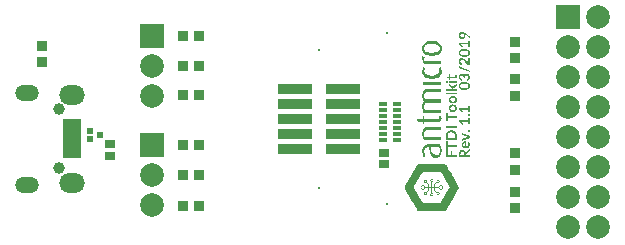
<source format=gts>
%FSLAX44Y44*%
%MOMM*%
G71*
G01*
G75*
G04 Layer_Color=8388736*
%ADD10R,0.7620X0.7620*%
%ADD11R,0.5000X0.2000*%
%ADD12R,0.7620X0.7620*%
%ADD13R,0.3000X0.3000*%
%ADD14R,1.3000X0.4500*%
%ADD15R,2.7940X0.7366*%
%ADD16R,0.6200X0.5700*%
%ADD17C,0.1500*%
%ADD18C,0.2540*%
%ADD19C,0.1524*%
%ADD20C,0.2000*%
%ADD21O,2.0000X1.4500*%
%ADD22O,1.8000X1.1500*%
%ADD23C,0.8000*%
%ADD24C,1.8000*%
%ADD25R,1.8000X1.8000*%
%ADD26C,1.8000*%
%ADD27R,1.8000X1.8000*%
%ADD28C,0.6100*%
%ADD29C,0.6000*%
%ADD30C,3.3000*%
%ADD31R,0.6000X0.5500*%
%ADD32R,0.9500X0.9500*%
%ADD33R,0.5500X0.6000*%
%ADD34R,0.9500X0.9500*%
%ADD35R,0.8500X0.3500*%
%ADD36R,1.5000X1.0000*%
%ADD37O,0.8000X0.3000*%
%ADD38O,0.3000X0.8000*%
%ADD39R,1.2500X0.3000*%
%ADD40O,0.3500X1.7500*%
%ADD41O,1.7500X0.3500*%
%ADD42R,0.9700X0.9600*%
%ADD43R,0.5700X0.6200*%
%ADD44R,1.4000X2.2000*%
%ADD45C,0.2032*%
%ADD46C,0.4000*%
%ADD47C,0.2286*%
%ADD48C,0.1778*%
%ADD49R,0.9652X0.9652*%
%ADD50R,0.7032X0.4032*%
%ADD51R,0.9652X0.9652*%
%ADD52R,0.5032X0.5032*%
%ADD53R,1.5032X0.6532*%
%ADD54R,2.8956X0.8382*%
%ADD55R,0.8232X0.7732*%
%ADD56C,0.2032*%
%ADD57O,2.2032X1.6532*%
%ADD58O,2.0032X1.3532*%
%ADD59C,1.0032*%
%ADD60C,2.0032*%
%ADD61R,2.0032X2.0032*%
%ADD62C,2.0032*%
%ADD63R,2.0032X2.0032*%
%ADD64C,0.0100*%
G36*
X1661233Y1165812D02*
X1669000D01*
Y1164107D01*
X1661233D01*
Y1161344D01*
X1659837D01*
Y1168575D01*
X1661233D01*
Y1165812D01*
D02*
G37*
G36*
X1665025Y1177894D02*
X1665631Y1177795D01*
X1666279Y1177598D01*
X1666293D01*
X1666322Y1177583D01*
X1666420Y1177541D01*
X1666773Y1177358D01*
X1666998Y1177217D01*
X1667238Y1177062D01*
X1667492Y1176864D01*
X1667731Y1176653D01*
X1667760Y1176625D01*
X1667830Y1176540D01*
X1668070Y1176244D01*
X1668225Y1176033D01*
X1668309Y1175906D01*
X1668380Y1175779D01*
X1668535Y1175497D01*
X1668676Y1175187D01*
Y1175173D01*
X1668690Y1175145D01*
X1668732Y1175032D01*
X1668831Y1174623D01*
X1668901Y1174341D01*
X1668944Y1174017D01*
X1668986Y1173664D01*
X1669000Y1173481D01*
Y1173284D01*
Y1169788D01*
X1659837D01*
Y1173284D01*
Y1173467D01*
X1659879Y1173918D01*
X1659978Y1174524D01*
X1660175Y1175187D01*
X1660415Y1175694D01*
X1660711Y1176174D01*
X1660908Y1176413D01*
X1661120Y1176653D01*
X1661148Y1176681D01*
X1661233Y1176752D01*
X1661529Y1177005D01*
X1661740Y1177146D01*
X1661853Y1177231D01*
X1661994Y1177301D01*
X1662262Y1177457D01*
X1662572Y1177598D01*
X1662586D01*
X1662614Y1177612D01*
X1662713Y1177654D01*
X1662896Y1177710D01*
X1663122Y1177767D01*
X1663389Y1177823D01*
X1663714Y1177879D01*
X1663869Y1177908D01*
X1664052Y1177922D01*
X1664418Y1177936D01*
X1664588D01*
X1665025Y1177894D01*
D02*
G37*
G36*
X1661190Y1156706D02*
X1663911D01*
Y1160145D01*
X1665264D01*
Y1156706D01*
X1669000D01*
Y1155000D01*
X1659837D01*
Y1160780D01*
X1661190D01*
Y1156706D01*
D02*
G37*
G36*
X1680000Y1248632D02*
X1678830D01*
Y1250493D01*
X1673487D01*
X1672839Y1250507D01*
X1673938Y1249196D01*
X1673952Y1249182D01*
X1673981Y1249126D01*
X1674023Y1249055D01*
X1674051Y1248971D01*
Y1248957D01*
Y1248900D01*
Y1248759D01*
Y1248745D01*
X1674037Y1248703D01*
X1673995Y1248576D01*
X1673981Y1248562D01*
X1673952Y1248534D01*
X1673882Y1248477D01*
X1673205Y1247970D01*
X1670823Y1250775D01*
Y1252058D01*
X1678830D01*
Y1253707D01*
X1680000D01*
Y1248632D01*
D02*
G37*
G36*
X1674009Y1261193D02*
X1674559Y1261136D01*
X1674573D01*
X1674629Y1261122D01*
X1674798Y1261080D01*
X1675292Y1260925D01*
X1675306D01*
X1675348Y1260897D01*
X1675503Y1260840D01*
X1675982Y1260601D01*
X1675997Y1260587D01*
X1676039Y1260573D01*
X1676194Y1260474D01*
X1676645Y1260178D01*
X1679648Y1258077D01*
X1679676Y1258063D01*
X1679732Y1258007D01*
X1679817Y1257894D01*
X1679901Y1257753D01*
Y1257739D01*
X1679915Y1257711D01*
X1679944Y1257612D01*
X1679986Y1257457D01*
X1680000Y1257274D01*
Y1255836D01*
X1676448Y1258683D01*
X1676194Y1258881D01*
X1675940Y1259064D01*
X1675954Y1259050D01*
X1675968Y1259008D01*
X1676053Y1258867D01*
X1676151Y1258641D01*
X1676208Y1258514D01*
X1676250Y1258373D01*
Y1258359D01*
X1676264Y1258303D01*
X1676293Y1258134D01*
X1676335Y1257880D01*
X1676349Y1257725D01*
Y1257570D01*
Y1257556D01*
Y1257485D01*
X1676321Y1257274D01*
X1676180Y1256625D01*
X1676166Y1256611D01*
X1676151Y1256555D01*
X1676053Y1256357D01*
X1675898Y1256104D01*
X1675686Y1255822D01*
X1675461Y1255624D01*
X1675193Y1255427D01*
X1675038Y1255328D01*
X1674855Y1255244D01*
X1674530Y1255145D01*
X1674164Y1255061D01*
X1673952Y1255046D01*
X1673713Y1255032D01*
X1673332Y1255061D01*
X1672966Y1255131D01*
X1672557Y1255258D01*
X1672233Y1255427D01*
X1671922Y1255624D01*
X1671767Y1255751D01*
X1671612Y1255892D01*
X1671373Y1256174D01*
X1671175Y1256498D01*
X1671062Y1256682D01*
X1670978Y1256893D01*
X1670936Y1256992D01*
X1670851Y1257274D01*
X1670781Y1257669D01*
X1670752Y1257908D01*
X1670738Y1258162D01*
X1670766Y1258585D01*
X1670837Y1258994D01*
X1670964Y1259431D01*
X1671119Y1259769D01*
X1671316Y1260079D01*
X1671584Y1260389D01*
X1671598Y1260403D01*
X1671655Y1260460D01*
X1671852Y1260615D01*
X1671993Y1260713D01*
X1672148Y1260812D01*
X1672345Y1260911D01*
X1672543Y1260995D01*
X1672571Y1261010D01*
X1672641Y1261024D01*
X1672895Y1261108D01*
X1673290Y1261179D01*
X1673755Y1261207D01*
X1673826D01*
X1674009Y1261193D01*
D02*
G37*
G36*
X1669000Y1179430D02*
X1659837D01*
Y1181136D01*
X1669000D01*
Y1179430D01*
D02*
G37*
G36*
Y1208244D02*
X1659583D01*
Y1209809D01*
X1669000D01*
Y1208244D01*
D02*
G37*
G36*
Y1215970D02*
Y1215956D01*
Y1215941D01*
X1668986Y1215857D01*
X1668944Y1215645D01*
X1668929Y1215631D01*
X1668901Y1215575D01*
X1668831Y1215504D01*
X1668732Y1215434D01*
X1666265Y1213770D01*
X1666181Y1213714D01*
X1666110Y1213658D01*
X1666068Y1213587D01*
X1666054Y1213573D01*
X1666040Y1213517D01*
X1666026Y1213305D01*
Y1212953D01*
X1669000D01*
Y1211374D01*
X1659583D01*
Y1212953D01*
X1664982D01*
Y1213235D01*
Y1213333D01*
X1664940Y1213488D01*
X1664898Y1213545D01*
X1664855Y1213601D01*
X1664771Y1213672D01*
X1662769Y1215293D01*
X1662699Y1215363D01*
X1662628Y1215434D01*
X1662572Y1215518D01*
X1662529Y1215603D01*
X1662515Y1215716D01*
X1662501Y1215843D01*
Y1217266D01*
X1664912Y1215251D01*
X1664926Y1215237D01*
X1664954Y1215208D01*
X1665067Y1215110D01*
X1665208Y1214969D01*
X1665278Y1214884D01*
X1665349Y1214785D01*
X1665419Y1214856D01*
X1665574Y1215011D01*
X1665603Y1215025D01*
X1665659Y1215081D01*
X1665842Y1215222D01*
X1669000Y1217393D01*
Y1215970D01*
D02*
G37*
G36*
X1666209Y1206990D02*
X1666660Y1206919D01*
X1667139Y1206792D01*
X1667167Y1206778D01*
X1667238Y1206750D01*
X1667506Y1206623D01*
X1667844Y1206426D01*
X1668197Y1206144D01*
X1668211Y1206130D01*
X1668267Y1206074D01*
X1668436Y1205862D01*
X1668549Y1205707D01*
X1668662Y1205538D01*
X1668760Y1205340D01*
X1668859Y1205129D01*
X1668873Y1205101D01*
X1668887Y1205030D01*
X1668972Y1204748D01*
X1669014Y1204551D01*
X1669042Y1204325D01*
X1669070Y1204086D01*
X1669085Y1203818D01*
Y1203804D01*
Y1203790D01*
Y1203691D01*
X1669056Y1203381D01*
X1668986Y1202944D01*
X1668859Y1202479D01*
X1668845Y1202450D01*
X1668817Y1202380D01*
X1668690Y1202126D01*
X1668478Y1201802D01*
X1668197Y1201464D01*
X1668112Y1201393D01*
X1667900Y1201224D01*
X1667562Y1201013D01*
X1667365Y1200914D01*
X1667139Y1200815D01*
X1667026Y1200787D01*
X1666730Y1200703D01*
X1666519Y1200660D01*
X1666293Y1200632D01*
X1665744Y1200590D01*
X1665278Y1200618D01*
X1664827Y1200688D01*
X1664348Y1200815D01*
X1663981Y1200984D01*
X1663643Y1201196D01*
X1663305Y1201464D01*
X1663051Y1201746D01*
X1662952Y1201901D01*
X1662840Y1202070D01*
X1662741Y1202267D01*
X1662642Y1202479D01*
X1662600Y1202591D01*
X1662515Y1202873D01*
X1662445Y1203296D01*
X1662417Y1203550D01*
X1662403Y1203818D01*
X1662431Y1204255D01*
X1662501Y1204678D01*
X1662642Y1205129D01*
X1662811Y1205481D01*
X1663023Y1205806D01*
X1663305Y1206144D01*
X1663319Y1206158D01*
X1663375Y1206214D01*
X1663587Y1206384D01*
X1663742Y1206482D01*
X1663925Y1206595D01*
X1664122Y1206708D01*
X1664348Y1206792D01*
X1664376Y1206806D01*
X1664461Y1206835D01*
X1664757Y1206905D01*
X1664954Y1206947D01*
X1665194Y1206990D01*
X1665744Y1207018D01*
X1665871D01*
X1666209Y1206990D01*
D02*
G37*
G36*
X1661233Y1189918D02*
X1669000D01*
Y1188213D01*
X1661233D01*
Y1185450D01*
X1659837D01*
Y1192681D01*
X1661233D01*
Y1189918D01*
D02*
G37*
G36*
X1666209Y1199702D02*
X1666660Y1199631D01*
X1667139Y1199504D01*
X1667167Y1199490D01*
X1667238Y1199462D01*
X1667506Y1199335D01*
X1667844Y1199138D01*
X1668197Y1198856D01*
X1668211Y1198842D01*
X1668267Y1198785D01*
X1668436Y1198574D01*
X1668549Y1198419D01*
X1668662Y1198250D01*
X1668760Y1198052D01*
X1668859Y1197841D01*
X1668873Y1197813D01*
X1668887Y1197742D01*
X1668972Y1197460D01*
X1669014Y1197263D01*
X1669042Y1197037D01*
X1669070Y1196798D01*
X1669085Y1196530D01*
Y1196516D01*
Y1196502D01*
Y1196403D01*
X1669056Y1196093D01*
X1668986Y1195656D01*
X1668859Y1195191D01*
X1668845Y1195162D01*
X1668817Y1195092D01*
X1668690Y1194838D01*
X1668478Y1194514D01*
X1668197Y1194176D01*
X1668112Y1194105D01*
X1667900Y1193936D01*
X1667562Y1193725D01*
X1667365Y1193626D01*
X1667139Y1193527D01*
X1667026Y1193499D01*
X1666730Y1193414D01*
X1666519Y1193372D01*
X1666293Y1193344D01*
X1665744Y1193302D01*
X1665278Y1193330D01*
X1664827Y1193400D01*
X1664348Y1193527D01*
X1663981Y1193696D01*
X1663643Y1193908D01*
X1663305Y1194176D01*
X1663051Y1194457D01*
X1662952Y1194613D01*
X1662840Y1194782D01*
X1662741Y1194979D01*
X1662642Y1195191D01*
X1662600Y1195303D01*
X1662515Y1195585D01*
X1662445Y1196008D01*
X1662417Y1196262D01*
X1662403Y1196530D01*
X1662431Y1196967D01*
X1662501Y1197390D01*
X1662642Y1197841D01*
X1662811Y1198193D01*
X1663023Y1198518D01*
X1663305Y1198856D01*
X1663319Y1198870D01*
X1663375Y1198926D01*
X1663587Y1199095D01*
X1663742Y1199194D01*
X1663925Y1199307D01*
X1664122Y1199420D01*
X1664348Y1199504D01*
X1664376Y1199518D01*
X1664461Y1199547D01*
X1664757Y1199617D01*
X1664954Y1199659D01*
X1665194Y1199702D01*
X1665744Y1199730D01*
X1665871D01*
X1666209Y1199702D01*
D02*
G37*
G36*
X1676123Y1246800D02*
X1676800Y1246715D01*
X1677505Y1246574D01*
X1677519D01*
X1677547Y1246560D01*
X1677646Y1246532D01*
X1678026Y1246391D01*
X1678492Y1246165D01*
X1678745Y1246024D01*
X1678971Y1245855D01*
X1678999Y1245841D01*
X1679070Y1245771D01*
X1679295Y1245559D01*
X1679436Y1245390D01*
X1679577Y1245207D01*
X1679718Y1245009D01*
X1679831Y1244784D01*
X1679845Y1244756D01*
X1679873Y1244671D01*
X1679915Y1244558D01*
X1679958Y1244389D01*
X1680014Y1244192D01*
X1680056Y1243966D01*
X1680085Y1243712D01*
X1680099Y1243459D01*
Y1243430D01*
X1680085Y1243332D01*
X1680056Y1243022D01*
X1679986Y1242585D01*
X1679831Y1242120D01*
X1679817Y1242091D01*
X1679774Y1242021D01*
X1679619Y1241767D01*
X1679352Y1241415D01*
X1679168Y1241231D01*
X1678971Y1241062D01*
X1678872Y1240992D01*
X1678745Y1240907D01*
X1678576Y1240808D01*
X1678351Y1240696D01*
X1678111Y1240569D01*
X1677815Y1240456D01*
X1677505Y1240357D01*
X1677350Y1240315D01*
X1676913Y1240230D01*
X1676250Y1240146D01*
X1675856Y1240118D01*
X1675419Y1240104D01*
X1674714Y1240132D01*
X1674037Y1240216D01*
X1673346Y1240357D01*
X1672825Y1240541D01*
X1672345Y1240766D01*
X1672106Y1240907D01*
X1671880Y1241062D01*
X1671556Y1241358D01*
X1671415Y1241513D01*
X1671274Y1241697D01*
X1671133Y1241908D01*
X1671020Y1242120D01*
X1670978Y1242232D01*
X1670879Y1242514D01*
X1670823Y1242726D01*
X1670781Y1242951D01*
X1670752Y1243191D01*
X1670738Y1243459D01*
X1670766Y1243896D01*
X1670851Y1244319D01*
X1671020Y1244784D01*
X1671077Y1244883D01*
X1671232Y1245150D01*
X1671499Y1245503D01*
X1671683Y1245686D01*
X1671880Y1245855D01*
X1671908Y1245883D01*
X1671979Y1245926D01*
X1672275Y1246123D01*
X1672486Y1246236D01*
X1672740Y1246349D01*
X1673022Y1246476D01*
X1673346Y1246574D01*
X1673360D01*
X1673389Y1246588D01*
X1673501Y1246616D01*
X1673938Y1246701D01*
X1674587Y1246786D01*
X1674982Y1246814D01*
X1675419Y1246828D01*
X1675616D01*
X1676123Y1246800D01*
D02*
G37*
G36*
X1679267Y1178077D02*
X1679521Y1178006D01*
X1679549Y1177992D01*
X1679619Y1177950D01*
X1679817Y1177795D01*
X1679831Y1177767D01*
X1679887Y1177710D01*
X1679958Y1177612D01*
X1680014Y1177499D01*
X1680028Y1177471D01*
X1680042Y1177386D01*
X1680070Y1177273D01*
X1680085Y1177118D01*
Y1177104D01*
Y1177090D01*
X1680070Y1176991D01*
X1680014Y1176738D01*
X1680000D01*
Y1176709D01*
X1679958Y1176639D01*
X1679817Y1176442D01*
X1679732Y1176371D01*
X1679633Y1176301D01*
X1679521Y1176230D01*
X1679408Y1176202D01*
X1679140Y1176160D01*
X1679013Y1176174D01*
X1678774Y1176230D01*
X1678661Y1176286D01*
X1678562Y1176357D01*
X1678463Y1176442D01*
X1678393Y1176526D01*
X1678322Y1176625D01*
X1678266Y1176738D01*
X1678224Y1176850D01*
X1678196Y1176977D01*
X1678181Y1177118D01*
X1678196Y1177245D01*
X1678266Y1177499D01*
X1678322Y1177598D01*
X1678463Y1177795D01*
X1678492Y1177823D01*
X1678548Y1177879D01*
X1678647Y1177950D01*
X1678774Y1178006D01*
X1678802Y1178020D01*
X1678886Y1178049D01*
X1678999Y1178077D01*
X1679140Y1178091D01*
X1679168D01*
X1679267Y1178077D01*
D02*
G37*
G36*
X1680000Y1183208D02*
X1678830D01*
Y1185069D01*
X1673487D01*
X1672839Y1185083D01*
X1673938Y1183772D01*
X1673952Y1183758D01*
X1673981Y1183701D01*
X1674023Y1183631D01*
X1674051Y1183547D01*
Y1183532D01*
Y1183476D01*
Y1183335D01*
Y1183321D01*
X1674037Y1183279D01*
X1673995Y1183152D01*
X1673981Y1183138D01*
X1673952Y1183109D01*
X1673882Y1183053D01*
X1673205Y1182546D01*
X1670823Y1185351D01*
Y1186634D01*
X1678830D01*
Y1188283D01*
X1680000D01*
Y1183208D01*
D02*
G37*
G36*
Y1172988D02*
Y1171564D01*
X1673501Y1168984D01*
Y1170267D01*
X1673515Y1170380D01*
X1673530Y1170464D01*
X1673586Y1170563D01*
X1673642Y1170634D01*
X1673699Y1170676D01*
X1673783Y1170718D01*
X1677265Y1171973D01*
X1677279D01*
X1677322Y1171987D01*
X1677463Y1172043D01*
X1677646Y1172100D01*
X1677871Y1172156D01*
X1677885D01*
X1677914Y1172170D01*
X1678055Y1172198D01*
X1678449Y1172283D01*
X1678266Y1172325D01*
X1677871Y1172424D01*
X1677265Y1172607D01*
X1673783Y1173890D01*
X1673713Y1173932D01*
X1673642Y1173975D01*
X1673586Y1174045D01*
X1673544Y1174130D01*
X1673515Y1174214D01*
X1673501Y1174327D01*
Y1175567D01*
X1680000Y1172988D01*
D02*
G37*
G36*
Y1160625D02*
Y1160611D01*
Y1160554D01*
X1679958Y1160385D01*
X1679859Y1160174D01*
X1679774Y1160075D01*
X1679662Y1159990D01*
X1676729Y1158059D01*
X1676631Y1157989D01*
X1676560Y1157918D01*
X1676490Y1157819D01*
X1676476Y1157791D01*
X1676448Y1157721D01*
X1676434Y1157608D01*
X1676419Y1157439D01*
Y1156706D01*
X1680000D01*
Y1155000D01*
X1670837D01*
Y1157791D01*
X1670865Y1158341D01*
X1670922Y1158863D01*
X1671034Y1159398D01*
X1671175Y1159793D01*
X1671330Y1160145D01*
X1671570Y1160498D01*
X1671626Y1160568D01*
X1671810Y1160738D01*
X1672077Y1160935D01*
X1672233Y1161033D01*
X1672416Y1161118D01*
X1672430Y1161132D01*
X1672500Y1161146D01*
X1672726Y1161231D01*
X1673064Y1161301D01*
X1673262Y1161316D01*
X1673473Y1161330D01*
X1673558D01*
X1673755Y1161316D01*
X1674037Y1161273D01*
X1674347Y1161189D01*
X1674361D01*
X1674418Y1161160D01*
X1674587Y1161090D01*
X1674841Y1160963D01*
X1675094Y1160794D01*
X1675108Y1160780D01*
X1675151Y1160752D01*
X1675292Y1160625D01*
X1675489Y1160413D01*
X1675588Y1160301D01*
X1675686Y1160160D01*
X1675700Y1160145D01*
X1675729Y1160089D01*
X1675827Y1159920D01*
X1675968Y1159652D01*
X1676095Y1159314D01*
X1676222Y1159497D01*
X1676391Y1159680D01*
X1676617Y1159864D01*
X1680000Y1162161D01*
Y1160625D01*
D02*
G37*
G36*
X1676546Y1168505D02*
X1676701Y1168491D01*
X1676828Y1168435D01*
X1676842Y1168420D01*
X1676885Y1168378D01*
X1676941Y1168294D01*
X1676955Y1168152D01*
Y1164121D01*
X1676969D01*
X1677040Y1164135D01*
X1677251Y1164163D01*
X1677815Y1164290D01*
X1677829Y1164304D01*
X1677871Y1164318D01*
X1678026Y1164389D01*
X1678224Y1164501D01*
X1678421Y1164657D01*
X1678548Y1164811D01*
X1678675Y1164995D01*
X1678774Y1165206D01*
X1678830Y1165404D01*
X1678872Y1165629D01*
X1678886Y1165897D01*
X1678872Y1166123D01*
X1678802Y1166560D01*
X1678745Y1166729D01*
X1678604Y1167039D01*
X1678407Y1167405D01*
X1678365Y1167504D01*
X1678337Y1167603D01*
X1678322Y1167701D01*
X1678337Y1167814D01*
X1678379Y1167913D01*
X1678463Y1167998D01*
X1679041Y1168449D01*
X1679055Y1168435D01*
X1679084Y1168406D01*
X1679211Y1168279D01*
X1679380Y1168082D01*
X1679549Y1167857D01*
X1679563Y1167842D01*
X1679577Y1167800D01*
X1679662Y1167645D01*
X1679774Y1167434D01*
X1679873Y1167180D01*
Y1167166D01*
X1679887Y1167123D01*
X1679944Y1166968D01*
X1680000Y1166743D01*
X1680042Y1166475D01*
Y1166461D01*
Y1166419D01*
X1680056Y1166249D01*
X1680070Y1166024D01*
X1680085Y1165756D01*
Y1165728D01*
Y1165643D01*
X1680056Y1165347D01*
X1680000Y1164938D01*
X1679873Y1164501D01*
X1679859Y1164473D01*
X1679831Y1164403D01*
X1679704Y1164163D01*
X1679492Y1163825D01*
X1679366Y1163656D01*
X1679211Y1163486D01*
X1679126Y1163416D01*
X1678914Y1163233D01*
X1678759Y1163120D01*
X1678562Y1163007D01*
X1678351Y1162894D01*
X1678125Y1162796D01*
X1678012Y1162753D01*
X1677688Y1162683D01*
X1677463Y1162626D01*
X1677209Y1162598D01*
X1676617Y1162556D01*
X1676208Y1162584D01*
X1675799Y1162641D01*
X1675362Y1162767D01*
X1675010Y1162937D01*
X1674685Y1163120D01*
X1674347Y1163388D01*
X1674277Y1163458D01*
X1674093Y1163670D01*
X1673868Y1163980D01*
X1673755Y1164163D01*
X1673656Y1164374D01*
X1673614Y1164473D01*
X1673572Y1164600D01*
X1673530Y1164755D01*
X1673487Y1164952D01*
X1673445Y1165178D01*
X1673417Y1165418D01*
X1673403Y1165686D01*
X1673431Y1166066D01*
X1673487Y1166433D01*
X1673600Y1166827D01*
X1673741Y1167138D01*
X1673910Y1167420D01*
X1674164Y1167716D01*
X1674178Y1167730D01*
X1674234Y1167786D01*
X1674418Y1167927D01*
X1674714Y1168124D01*
X1674897Y1168223D01*
X1675094Y1168308D01*
X1675123Y1168322D01*
X1675193Y1168336D01*
X1675461Y1168420D01*
X1675644Y1168449D01*
X1675856Y1168491D01*
X1676349Y1168519D01*
X1676405D01*
X1676546Y1168505D01*
D02*
G37*
G36*
X1679267Y1191540D02*
X1679521Y1191469D01*
X1679549Y1191455D01*
X1679619Y1191413D01*
X1679817Y1191257D01*
X1679831Y1191229D01*
X1679887Y1191173D01*
X1679958Y1191074D01*
X1680014Y1190962D01*
X1680028Y1190933D01*
X1680042Y1190849D01*
X1680070Y1190736D01*
X1680085Y1190581D01*
Y1190567D01*
Y1190553D01*
X1680070Y1190454D01*
X1680014Y1190200D01*
X1680000D01*
Y1190172D01*
X1679958Y1190102D01*
X1679817Y1189904D01*
X1679732Y1189834D01*
X1679633Y1189763D01*
X1679521Y1189693D01*
X1679408Y1189665D01*
X1679140Y1189622D01*
X1679013Y1189636D01*
X1678774Y1189693D01*
X1678661Y1189749D01*
X1678562Y1189820D01*
X1678463Y1189904D01*
X1678393Y1189989D01*
X1678322Y1190088D01*
X1678266Y1190200D01*
X1678224Y1190313D01*
X1678196Y1190440D01*
X1678181Y1190581D01*
X1678196Y1190708D01*
X1678266Y1190962D01*
X1678322Y1191060D01*
X1678463Y1191257D01*
X1678492Y1191286D01*
X1678548Y1191342D01*
X1678647Y1191413D01*
X1678774Y1191469D01*
X1678802Y1191483D01*
X1678886Y1191511D01*
X1678999Y1191540D01*
X1679140Y1191553D01*
X1679168D01*
X1679267Y1191540D01*
D02*
G37*
G36*
X1680014Y1228389D02*
X1680028D01*
X1680056Y1228375D01*
X1680183Y1228304D01*
X1680324Y1228192D01*
X1680451Y1228037D01*
Y1228023D01*
X1680465Y1227994D01*
X1680522Y1227881D01*
X1680564Y1227740D01*
X1680592Y1227557D01*
Y1226895D01*
X1671133Y1230588D01*
X1670978Y1230673D01*
X1670851Y1230771D01*
X1670724Y1230898D01*
X1670654Y1231039D01*
X1670611Y1231194D01*
X1670583Y1231392D01*
Y1232068D01*
X1680014Y1228389D01*
D02*
G37*
G36*
X1680000Y1232914D02*
X1679492D01*
X1679380Y1232928D01*
X1679154Y1232971D01*
X1679055Y1233027D01*
X1678844Y1233196D01*
X1676053Y1235973D01*
X1675827Y1236185D01*
X1675616Y1236382D01*
X1675376Y1236593D01*
X1675179Y1236763D01*
X1674967Y1236904D01*
X1674742Y1237059D01*
X1674545Y1237157D01*
X1674333Y1237256D01*
X1674093Y1237341D01*
X1673882Y1237397D01*
X1673656Y1237425D01*
X1673530Y1237439D01*
X1673403D01*
X1673205Y1237425D01*
X1672825Y1237341D01*
X1672670Y1237270D01*
X1672543Y1237200D01*
X1672402Y1237073D01*
X1672388D01*
X1672374Y1237045D01*
X1672303Y1236960D01*
X1672204Y1236819D01*
X1672134Y1236650D01*
Y1236636D01*
X1672120Y1236608D01*
X1672092Y1236495D01*
X1672063Y1236326D01*
X1672049Y1236114D01*
Y1236100D01*
Y1236072D01*
X1672063Y1235945D01*
X1672134Y1235593D01*
Y1235579D01*
X1672148Y1235550D01*
X1672190Y1235452D01*
X1672359Y1235170D01*
X1672388Y1235142D01*
X1672458Y1235057D01*
X1672557Y1234958D01*
X1672698Y1234859D01*
X1672712D01*
X1672726Y1234845D01*
X1672811Y1234789D01*
X1672952Y1234719D01*
X1673107Y1234662D01*
X1673121D01*
X1673149Y1234648D01*
X1673262Y1234592D01*
X1673403Y1234507D01*
X1673459Y1234451D01*
X1673501Y1234380D01*
X1673515Y1234352D01*
X1673530Y1234253D01*
X1673544Y1234098D01*
X1673530Y1233887D01*
X1673389Y1233069D01*
X1672994Y1233154D01*
X1672233Y1233436D01*
X1671936Y1233619D01*
X1671669Y1233830D01*
X1671528Y1233971D01*
X1671401Y1234112D01*
X1671344Y1234183D01*
X1671218Y1234380D01*
X1671133Y1234521D01*
X1671048Y1234690D01*
X1670978Y1234859D01*
X1670907Y1235057D01*
X1670823Y1235395D01*
X1670766Y1235762D01*
X1670738Y1235973D01*
Y1236199D01*
X1670766Y1236579D01*
X1670809Y1236960D01*
X1670922Y1237355D01*
X1670950Y1237439D01*
X1671062Y1237665D01*
X1671218Y1237961D01*
X1671457Y1238257D01*
X1671514Y1238313D01*
X1671683Y1238468D01*
X1671810Y1238567D01*
X1671951Y1238666D01*
X1672106Y1238750D01*
X1672275Y1238835D01*
X1672289Y1238849D01*
X1672359Y1238863D01*
X1672585Y1238948D01*
X1672923Y1239018D01*
X1673135Y1239032D01*
X1673346Y1239046D01*
X1673431D01*
X1673656Y1239032D01*
X1673952Y1238976D01*
X1674291Y1238891D01*
X1674305D01*
X1674361Y1238863D01*
X1674545Y1238793D01*
X1675108Y1238497D01*
X1675123Y1238483D01*
X1675179Y1238454D01*
X1675348Y1238342D01*
X1675870Y1237919D01*
X1675884Y1237905D01*
X1675926Y1237862D01*
X1676095Y1237707D01*
X1676617Y1237214D01*
X1678731Y1235142D01*
X1678689Y1235325D01*
X1678604Y1235733D01*
X1678576Y1235917D01*
X1678548Y1236297D01*
Y1238652D01*
X1678562Y1238793D01*
X1678604Y1238920D01*
X1678689Y1239046D01*
Y1239060D01*
X1678717Y1239074D01*
X1678788Y1239131D01*
X1678914Y1239173D01*
X1679070Y1239201D01*
X1680000D01*
Y1232914D01*
D02*
G37*
G36*
X1677688Y1225894D02*
X1678083Y1225809D01*
X1678506Y1225668D01*
X1678534Y1225654D01*
X1678590Y1225626D01*
X1678816Y1225485D01*
X1679098Y1225274D01*
X1679394Y1224977D01*
X1679408Y1224963D01*
X1679450Y1224907D01*
X1679507Y1224808D01*
X1679591Y1224696D01*
X1679774Y1224371D01*
X1679859Y1224188D01*
X1679930Y1223977D01*
Y1223949D01*
X1679958Y1223878D01*
X1680014Y1223610D01*
X1680070Y1223230D01*
X1680099Y1222778D01*
Y1222750D01*
Y1222666D01*
X1680070Y1222370D01*
X1679944Y1221580D01*
X1679930Y1221552D01*
X1679915Y1221496D01*
X1679831Y1221284D01*
X1679676Y1220988D01*
X1679478Y1220692D01*
X1679464Y1220678D01*
X1679422Y1220636D01*
X1679267Y1220467D01*
X1679027Y1220255D01*
X1678717Y1220044D01*
X1678421Y1219889D01*
X1678083Y1219734D01*
X1677674Y1219578D01*
X1677392Y1220269D01*
X1677336Y1220438D01*
X1677322Y1220608D01*
X1677336Y1220777D01*
X1677392Y1220918D01*
X1677463Y1221030D01*
X1677519Y1221087D01*
X1677589Y1221129D01*
X1677603D01*
X1677632Y1221143D01*
X1677730Y1221199D01*
X1678026Y1221369D01*
X1678040Y1221383D01*
X1678055Y1221397D01*
X1678153Y1221467D01*
X1678407Y1221693D01*
X1678506Y1221820D01*
X1678590Y1221961D01*
X1678689Y1222144D01*
X1678731Y1222327D01*
X1678774Y1222525D01*
X1678788Y1222764D01*
X1678774Y1223004D01*
X1678661Y1223455D01*
X1678576Y1223638D01*
X1678463Y1223808D01*
X1678322Y1223963D01*
X1678181Y1224075D01*
X1678040Y1224174D01*
X1677857Y1224259D01*
X1677688Y1224315D01*
X1677519Y1224343D01*
X1677336Y1224357D01*
X1677138Y1224343D01*
X1676744Y1224287D01*
X1676574Y1224230D01*
X1676434Y1224132D01*
X1676278Y1223991D01*
X1676264Y1223977D01*
X1676250Y1223949D01*
X1676166Y1223836D01*
X1676123Y1223751D01*
X1676067Y1223638D01*
X1676025Y1223511D01*
X1675982Y1223356D01*
Y1223342D01*
X1675968Y1223286D01*
X1675926Y1223060D01*
X1675898Y1222905D01*
X1675884Y1222708D01*
X1675870Y1222496D01*
Y1222243D01*
X1674756D01*
X1674742Y1222581D01*
X1674643Y1223201D01*
X1674573Y1223427D01*
X1674488Y1223624D01*
X1674361Y1223808D01*
X1674234Y1223934D01*
X1674093Y1224033D01*
X1673924Y1224118D01*
X1673755Y1224174D01*
X1673586Y1224202D01*
X1673374Y1224216D01*
X1673262D01*
X1673008Y1224174D01*
X1672684Y1224061D01*
X1672529Y1223977D01*
X1672388Y1223850D01*
X1672374Y1223836D01*
X1672331Y1223779D01*
X1672218Y1223596D01*
X1672162Y1223455D01*
X1672106Y1223286D01*
X1672063Y1223103D01*
X1672049Y1222891D01*
Y1222877D01*
Y1222849D01*
X1672063Y1222722D01*
X1672134Y1222370D01*
Y1222355D01*
X1672148Y1222327D01*
X1672190Y1222229D01*
X1672359Y1221947D01*
X1672388Y1221918D01*
X1672458Y1221834D01*
X1672557Y1221735D01*
X1672698Y1221637D01*
X1672712D01*
X1672726Y1221622D01*
X1672811Y1221566D01*
X1672952Y1221510D01*
X1673107Y1221453D01*
X1673121D01*
X1673149Y1221439D01*
X1673262Y1221369D01*
X1673403Y1221284D01*
X1673501Y1221157D01*
X1673515Y1221129D01*
X1673530Y1221030D01*
X1673544Y1220889D01*
X1673530Y1220678D01*
X1673389Y1219846D01*
X1672994Y1219931D01*
X1672233Y1220213D01*
X1671936Y1220410D01*
X1671669Y1220622D01*
X1671528Y1220762D01*
X1671401Y1220903D01*
X1671344Y1220974D01*
X1671218Y1221171D01*
X1671133Y1221312D01*
X1671048Y1221467D01*
X1670907Y1221834D01*
X1670823Y1222172D01*
X1670766Y1222539D01*
X1670738Y1222750D01*
Y1222976D01*
X1670766Y1223356D01*
X1670809Y1223723D01*
X1670922Y1224118D01*
X1671048Y1224414D01*
X1671203Y1224696D01*
X1671415Y1224992D01*
X1671471Y1225048D01*
X1671626Y1225203D01*
X1671866Y1225372D01*
X1672021Y1225471D01*
X1672176Y1225541D01*
X1672190Y1225555D01*
X1672247Y1225570D01*
X1672444Y1225640D01*
X1672585Y1225682D01*
X1672740Y1225711D01*
X1672909Y1225725D01*
X1673092Y1225739D01*
X1673163D01*
X1673346Y1225725D01*
X1673868Y1225640D01*
X1673882D01*
X1673924Y1225626D01*
X1674065Y1225570D01*
X1674263Y1225485D01*
X1674460Y1225358D01*
X1674474Y1225344D01*
X1674502Y1225330D01*
X1674601Y1225231D01*
X1674728Y1225090D01*
X1674869Y1224893D01*
Y1224879D01*
X1674897Y1224851D01*
X1674967Y1224724D01*
X1675052Y1224526D01*
X1675151Y1224287D01*
X1675348Y1224752D01*
X1675602Y1225161D01*
X1675771Y1225344D01*
X1675954Y1225513D01*
X1675982Y1225527D01*
X1676053Y1225584D01*
X1676321Y1225725D01*
X1676504Y1225795D01*
X1676729Y1225866D01*
X1676997Y1225908D01*
X1677124Y1225922D01*
X1677392D01*
X1677688Y1225894D01*
D02*
G37*
G36*
X1680000Y1193584D02*
X1678830D01*
Y1195444D01*
X1673487D01*
X1672839Y1195458D01*
X1673938Y1194147D01*
X1673952Y1194133D01*
X1673981Y1194077D01*
X1674023Y1194006D01*
X1674051Y1193922D01*
Y1193908D01*
Y1193851D01*
Y1193710D01*
Y1193696D01*
X1674037Y1193654D01*
X1673995Y1193527D01*
X1673981Y1193513D01*
X1673952Y1193485D01*
X1673882Y1193428D01*
X1673205Y1192921D01*
X1670823Y1195726D01*
Y1197009D01*
X1678830D01*
Y1198658D01*
X1680000D01*
Y1193584D01*
D02*
G37*
G36*
X1676123Y1218817D02*
X1676800Y1218733D01*
X1677505Y1218592D01*
X1677519D01*
X1677547Y1218577D01*
X1677646Y1218549D01*
X1678026Y1218408D01*
X1678492Y1218183D01*
X1678745Y1218042D01*
X1678971Y1217873D01*
X1678999Y1217859D01*
X1679070Y1217788D01*
X1679295Y1217577D01*
X1679436Y1217407D01*
X1679577Y1217224D01*
X1679718Y1217027D01*
X1679831Y1216801D01*
X1679845Y1216773D01*
X1679873Y1216689D01*
X1679915Y1216576D01*
X1679958Y1216407D01*
X1680014Y1216209D01*
X1680056Y1215984D01*
X1680085Y1215730D01*
X1680099Y1215476D01*
Y1215448D01*
X1680085Y1215349D01*
X1680056Y1215039D01*
X1679986Y1214602D01*
X1679831Y1214137D01*
X1679817Y1214109D01*
X1679774Y1214038D01*
X1679619Y1213784D01*
X1679352Y1213432D01*
X1679168Y1213249D01*
X1678971Y1213080D01*
X1678872Y1213009D01*
X1678745Y1212925D01*
X1678576Y1212826D01*
X1678351Y1212713D01*
X1678111Y1212586D01*
X1677815Y1212474D01*
X1677505Y1212375D01*
X1677350Y1212333D01*
X1676913Y1212248D01*
X1676250Y1212163D01*
X1675856Y1212135D01*
X1675419Y1212121D01*
X1674714Y1212149D01*
X1674037Y1212234D01*
X1673346Y1212375D01*
X1672825Y1212558D01*
X1672345Y1212784D01*
X1672106Y1212925D01*
X1671880Y1213080D01*
X1671556Y1213376D01*
X1671415Y1213531D01*
X1671274Y1213714D01*
X1671133Y1213925D01*
X1671020Y1214137D01*
X1670978Y1214250D01*
X1670879Y1214532D01*
X1670823Y1214743D01*
X1670781Y1214969D01*
X1670752Y1215208D01*
X1670738Y1215476D01*
X1670766Y1215913D01*
X1670851Y1216336D01*
X1671020Y1216801D01*
X1671077Y1216900D01*
X1671232Y1217168D01*
X1671499Y1217520D01*
X1671683Y1217703D01*
X1671880Y1217873D01*
X1671908Y1217901D01*
X1671979Y1217943D01*
X1672275Y1218140D01*
X1672486Y1218253D01*
X1672740Y1218366D01*
X1673022Y1218493D01*
X1673346Y1218592D01*
X1673360D01*
X1673389Y1218606D01*
X1673501Y1218634D01*
X1673938Y1218718D01*
X1674587Y1218803D01*
X1674982Y1218831D01*
X1675419Y1218845D01*
X1675616D01*
X1676123Y1218817D01*
D02*
G37*
G36*
X1655905Y1212964D02*
X1656017Y1212851D01*
X1656015Y1210363D01*
X1656015D01*
Y1210363D01*
X1656010Y1210345D01*
X1655991Y1210337D01*
X1644855Y1210339D01*
Y1210339D01*
D01*
D01*
Y1210339D01*
X1644854Y1210339D01*
X1644853Y1210339D01*
X1644853Y1210339D01*
Y1210339D01*
D01*
D01*
Y1210339D01*
X1644103Y1210293D01*
X1643430Y1210155D01*
X1642841Y1209918D01*
X1642345Y1209578D01*
X1641947Y1209129D01*
X1641652Y1208566D01*
X1641470Y1207883D01*
X1641408Y1207075D01*
X1641514Y1206152D01*
X1641817Y1205329D01*
X1642291Y1204606D01*
X1642907Y1203988D01*
X1655904D01*
X1656017Y1203875D01*
X1656015Y1201385D01*
X1656015D01*
Y1201385D01*
X1656009Y1201366D01*
X1655990Y1201358D01*
X1644440Y1201360D01*
Y1201360D01*
D01*
D01*
Y1201360D01*
X1644440Y1201360D01*
X1644438Y1201360D01*
X1644438Y1201360D01*
Y1201360D01*
D01*
D01*
Y1201360D01*
X1643783Y1201312D01*
X1643194Y1201168D01*
X1642677Y1200920D01*
X1642239Y1200568D01*
X1641886Y1200105D01*
X1641625Y1199528D01*
X1641463Y1198830D01*
X1641408Y1198009D01*
X1641530Y1196394D01*
X1641937Y1195040D01*
X1655904D01*
X1656017Y1194927D01*
X1656015Y1192438D01*
X1656015D01*
Y1192438D01*
X1656009Y1192419D01*
X1655990Y1192411D01*
X1640852Y1192413D01*
Y1192413D01*
X1640852D01*
X1640833Y1192419D01*
X1640829Y1192430D01*
X1640011Y1194938D01*
X1640011Y1194938D01*
X1640009Y1194943D01*
X1639704Y1197916D01*
X1639703Y1197916D01*
X1639704Y1197921D01*
D01*
D01*
Y1197921D01*
D01*
D01*
Y1197921D01*
D01*
D01*
Y1197921D01*
Y1197921D01*
D01*
Y1197921D01*
Y1197921D01*
D01*
Y1197921D01*
D01*
D01*
D01*
D01*
Y1197921D01*
D01*
D01*
Y1197921D01*
X1639704D01*
X1639824Y1199537D01*
D01*
X1639824D01*
D01*
D01*
X1639824Y1199537D01*
D01*
D01*
D01*
D01*
Y1199537D01*
D01*
D01*
D01*
D01*
Y1199537D01*
D01*
X1640182Y1200835D01*
D01*
D01*
D01*
D01*
D01*
D01*
X1640182D01*
X1640182Y1200835D01*
X1640182Y1200835D01*
X1640182D01*
D01*
X1640182Y1200836D01*
X1640183Y1200838D01*
X1640768Y1201880D01*
X1640768Y1201880D01*
X1640768Y1201880D01*
X1640768Y1201880D01*
X1640768D01*
X1640769Y1201881D01*
X1641560Y1202720D01*
Y1202720D01*
X1641560Y1202720D01*
X1641560D01*
X1640795Y1203603D01*
X1640796D01*
Y1203603D01*
D01*
D01*
D01*
D01*
D01*
D01*
D01*
D01*
D01*
D01*
D01*
D01*
D01*
D01*
D01*
D01*
D01*
D01*
Y1203603D01*
D01*
D01*
D01*
D01*
D01*
D01*
D01*
D01*
D01*
D01*
D01*
D01*
D01*
D01*
D01*
D01*
D01*
D01*
Y1203603D01*
X1640795D01*
X1640795Y1203604D01*
X1640205Y1204692D01*
D01*
Y1204692D01*
D01*
D01*
D01*
D01*
D01*
D01*
Y1204692D01*
X1640205Y1204692D01*
X1640203Y1204696D01*
X1639833Y1205936D01*
D01*
D01*
X1639833D01*
X1639833Y1205936D01*
D01*
D01*
X1639832Y1205941D01*
D01*
D01*
D01*
D01*
D01*
D01*
D01*
X1639832D01*
X1639832D01*
D01*
D01*
D01*
X1639704Y1207309D01*
D01*
X1639704D01*
D01*
D01*
D01*
D01*
X1639704Y1207309D01*
D01*
D01*
D01*
D01*
D01*
D01*
Y1207309D01*
D01*
D01*
Y1207309D01*
X1639705Y1207316D01*
X1640080Y1209845D01*
X1640080Y1209845D01*
Y1209845D01*
D01*
X1640080D01*
D01*
Y1209845D01*
D01*
D01*
X1641140Y1211605D01*
D01*
D01*
X1641140Y1211605D01*
D01*
D01*
X1641140Y1211606D01*
X1641147Y1211613D01*
D01*
D01*
D01*
D01*
X1641147D01*
D01*
Y1211613D01*
D01*
X1641148Y1211614D01*
D01*
Y1211614D01*
D01*
D01*
Y1211614D01*
D01*
Y1211614D01*
X1641148D01*
D01*
X1642776Y1212631D01*
Y1212631D01*
Y1212631D01*
D01*
D01*
D01*
D01*
D01*
D01*
D01*
D01*
D01*
D01*
D01*
Y1212631D01*
X1642776D01*
D01*
D01*
D01*
D01*
D01*
D01*
X1642776D01*
X1642776Y1212631D01*
D01*
X1642776Y1212631D01*
X1642776Y1212631D01*
D01*
D01*
Y1212631D01*
D01*
D01*
X1642776Y1212631D01*
D01*
D01*
D01*
Y1212631D01*
D01*
X1642776D01*
X1642785Y1212635D01*
X1644879Y1212964D01*
X1644879Y1212964D01*
X1644879D01*
X1644879D01*
X1644883Y1212966D01*
Y1212966D01*
D01*
X1655905Y1212964D01*
D02*
G37*
G36*
X1648243Y1136789D02*
X1648563Y1136657D01*
X1648838Y1136446D01*
X1649049Y1136171D01*
X1649182Y1135851D01*
X1649227Y1135507D01*
X1649182Y1135164D01*
X1649049Y1134843D01*
X1648838Y1134568D01*
X1648563Y1134358D01*
X1648270Y1134236D01*
D01*
X1648259Y1134241D01*
X1648259Y1134241D01*
X1648259Y1134214D01*
Y1134214D01*
Y1132600D01*
X1648260Y1129869D01*
X1650055D01*
X1650053Y1131897D01*
X1650055Y1131897D01*
X1650055Y1131897D01*
X1650055Y1131897D01*
Y1131897D01*
X1650055D01*
X1650055Y1131897D01*
X1650057Y1132002D01*
D01*
X1650057Y1132002D01*
D01*
D01*
D01*
Y1132003D01*
X1650057Y1132003D01*
D01*
D01*
D01*
Y1132003D01*
X1650057D01*
X1650119Y1132178D01*
D01*
Y1132178D01*
D01*
D01*
X1650119D01*
D01*
D01*
D01*
D01*
D01*
X1650119D01*
Y1132178D01*
D01*
D01*
X1650278Y1132366D01*
X1650278Y1132366D01*
Y1132366D01*
D01*
D01*
D01*
D01*
D01*
D01*
D01*
X1650278D01*
D01*
D01*
D01*
D01*
D01*
X1650278D01*
D01*
D01*
D01*
D01*
D01*
X1650278D01*
D01*
Y1132366D01*
D01*
D01*
D01*
X1650278D01*
D01*
D01*
D01*
D01*
D01*
D01*
X1650278Y1132366D01*
Y1132366D01*
X1650278D01*
D01*
Y1132366D01*
D01*
D01*
D01*
D01*
D01*
D01*
D01*
D01*
X1650278Y1132367D01*
X1650278D01*
D01*
Y1132367D01*
D01*
D01*
D01*
D01*
D01*
D01*
D01*
D01*
D01*
X1650279Y1132367D01*
X1650279D01*
D01*
D01*
D01*
D01*
Y1132367D01*
D01*
D01*
D01*
D01*
D01*
D01*
D01*
D01*
D01*
D01*
D01*
D01*
D01*
D01*
D01*
X1650279Y1132367D01*
D01*
D01*
D01*
D01*
D01*
D01*
D01*
D01*
D01*
D01*
D01*
D01*
D01*
D01*
D01*
D01*
D01*
D01*
D01*
D01*
D01*
D01*
D01*
D01*
D01*
Y1132367D01*
D01*
D01*
D01*
D01*
D01*
D01*
D01*
D01*
D01*
D01*
D01*
D01*
D01*
D01*
D01*
D01*
D01*
D01*
D01*
D01*
D01*
D01*
D01*
D01*
Y1132367D01*
D01*
D01*
D01*
D01*
X1650279D01*
D01*
D01*
D01*
X1650479Y1132583D01*
D01*
X1650479D01*
D01*
D01*
D01*
D01*
D01*
X1650479D01*
D01*
D01*
D01*
D01*
D01*
X1650479D01*
D01*
D01*
D01*
Y1132583D01*
D01*
D01*
X1650479Y1132584D01*
Y1132584D01*
D01*
D01*
D01*
D01*
D01*
D01*
D01*
Y1132584D01*
D01*
D01*
D01*
D01*
D01*
D01*
D01*
D01*
D01*
D01*
D01*
D01*
D01*
Y1132584D01*
D01*
D01*
D01*
X1650479D01*
D01*
D01*
D01*
D01*
D01*
D01*
D01*
X1650650Y1132766D01*
X1650650Y1132766D01*
Y1132766D01*
X1650650D01*
Y1132766D01*
D01*
D01*
D01*
X1650650Y1132766D01*
X1650650Y1132766D01*
X1650651Y1132766D01*
D01*
D01*
D01*
X1650651Y1132766D01*
X1650652D01*
X1650652Y1132766D01*
D01*
D01*
D01*
D01*
D01*
D01*
D01*
D01*
D01*
X1650652Y1132766D01*
X1650724Y1132843D01*
D01*
X1650724Y1132843D01*
Y1132843D01*
X1650726Y1132842D01*
D01*
D01*
D01*
X1650726D01*
X1650726Y1132842D01*
D01*
D01*
D01*
X1650726Y1132842D01*
X1652005Y1134125D01*
X1651903Y1134371D01*
X1651858Y1134714D01*
X1651903Y1135058D01*
X1652036Y1135378D01*
X1652247Y1135653D01*
X1652522Y1135864D01*
X1652842Y1135997D01*
X1653186Y1136042D01*
X1653529Y1135997D01*
X1653849Y1135864D01*
X1654124Y1135653D01*
X1654335Y1135378D01*
X1654468Y1135058D01*
X1654513Y1134714D01*
X1654468Y1134371D01*
X1654335Y1134051D01*
X1654124Y1133776D01*
X1653849Y1133565D01*
X1653529Y1133432D01*
X1653186Y1133387D01*
X1652842Y1133432D01*
X1652522Y1133565D01*
X1652486Y1133592D01*
X1652489Y1133597D01*
X1650992Y1132098D01*
X1650898Y1131997D01*
X1650787Y1131844D01*
X1650770Y1131695D01*
Y1129869D01*
X1653605Y1129870D01*
X1653621Y1129992D01*
X1653807Y1130441D01*
X1654103Y1130827D01*
X1654488Y1131123D01*
X1654937Y1131309D01*
X1655419Y1131372D01*
X1655901Y1131309D01*
X1656350Y1131123D01*
X1656736Y1130827D01*
X1657032Y1130441D01*
X1657218Y1129992D01*
X1657281Y1129510D01*
X1657218Y1129028D01*
X1657032Y1128579D01*
X1656736Y1128193D01*
X1656350Y1127897D01*
X1655901Y1127711D01*
X1655419Y1127648D01*
X1654937Y1127711D01*
X1654488Y1127897D01*
X1654103Y1128193D01*
X1653807Y1128579D01*
X1653621Y1129028D01*
X1653604Y1129153D01*
X1653608Y1129153D01*
X1650770D01*
Y1127325D01*
X1650787Y1127178D01*
X1650898Y1127025D01*
X1650992Y1126923D01*
X1652488Y1125428D01*
X1652516Y1125449D01*
X1652836Y1125582D01*
X1653179Y1125627D01*
X1653523Y1125582D01*
X1653843Y1125449D01*
X1654118Y1125238D01*
X1654329Y1124963D01*
X1654462Y1124643D01*
X1654507Y1124299D01*
X1654462Y1123956D01*
X1654329Y1123635D01*
X1654118Y1123360D01*
X1653843Y1123149D01*
X1653523Y1123017D01*
X1653179Y1122972D01*
X1652836Y1123017D01*
X1652516Y1123149D01*
X1652241Y1123360D01*
X1652030Y1123635D01*
X1651897Y1123956D01*
X1651852Y1124299D01*
X1651897Y1124643D01*
X1652001Y1124895D01*
X1652007Y1124897D01*
X1652007Y1124897D01*
X1651997Y1124906D01*
X1651997Y1124906D01*
X1650724Y1126178D01*
D01*
X1650724Y1126178D01*
D01*
X1650726Y1126179D01*
Y1126180D01*
X1650726Y1126180D01*
X1650726D01*
D01*
Y1126180D01*
X1650726D01*
X1650650Y1126254D01*
X1650651Y1126256D01*
X1650651Y1126256D01*
X1650478Y1126436D01*
Y1126436D01*
X1650479Y1126437D01*
Y1126437D01*
X1650479D01*
X1650479Y1126437D01*
D01*
D01*
Y1126438D01*
X1650479D01*
X1650479D01*
D01*
D01*
D01*
D01*
D01*
D01*
D01*
D01*
D01*
X1650479D01*
D01*
D01*
D01*
Y1126437D01*
X1650278Y1126653D01*
X1650278Y1126655D01*
X1650119Y1126843D01*
X1650119Y1126843D01*
X1650057Y1127018D01*
D01*
D01*
X1650057D01*
X1650057D01*
Y1127018D01*
D01*
X1650057Y1127019D01*
Y1127019D01*
D01*
D01*
X1650057Y1127019D01*
X1650057Y1127019D01*
X1650056Y1127026D01*
X1650053Y1127124D01*
X1650055Y1127124D01*
Y1129153D01*
X1648260D01*
X1648262Y1127103D01*
X1648260Y1127101D01*
X1648260D01*
X1648260Y1124768D01*
X1648520Y1124661D01*
X1648795Y1124450D01*
X1649006Y1124175D01*
X1649138Y1123855D01*
X1649184Y1123511D01*
X1649138Y1123167D01*
X1649006Y1122847D01*
X1648795Y1122572D01*
X1648520Y1122361D01*
X1648200Y1122229D01*
X1647856Y1122184D01*
X1647513Y1122229D01*
X1647192Y1122361D01*
X1646917Y1122572D01*
X1646706Y1122847D01*
X1646574Y1123167D01*
X1646529Y1123511D01*
X1646574Y1123855D01*
X1646706Y1124175D01*
X1646917Y1124450D01*
X1647192Y1124661D01*
X1647474Y1124767D01*
X1647474D01*
X1647543Y1124767D01*
D01*
D01*
D01*
D01*
D01*
Y1124767D01*
D01*
D01*
D01*
D01*
D01*
D01*
D01*
D01*
D01*
D01*
D01*
D01*
D01*
D01*
D01*
D01*
X1647543D01*
D01*
D01*
D01*
D01*
D01*
D01*
D01*
D01*
D01*
D01*
D01*
Y1124767D01*
D01*
D01*
D01*
D01*
D01*
D01*
D01*
D01*
D01*
D01*
D01*
D01*
D01*
D01*
X1647543D01*
D01*
D01*
D01*
D01*
D01*
D01*
D01*
D01*
D01*
Y1124767D01*
D01*
D01*
D01*
D01*
X1647543D01*
D01*
D01*
D01*
D01*
D01*
D01*
X1647543D01*
D01*
D01*
X1647543D01*
Y1124767D01*
D01*
D01*
D01*
D01*
X1647543D01*
D01*
D01*
D01*
D01*
D01*
D01*
D01*
D01*
D01*
D01*
D01*
D01*
D01*
D01*
D01*
D01*
D01*
D01*
D01*
D01*
D01*
D01*
D01*
D01*
D01*
D01*
D01*
Y1124767D01*
D01*
D01*
D01*
Y1124767D01*
D01*
D01*
D01*
D01*
D01*
D01*
D01*
D01*
D01*
D01*
Y1124767D01*
Y1124767D01*
X1647543Y1124837D01*
X1647543Y1124837D01*
X1647543D01*
Y1124840D01*
X1647543Y1124840D01*
X1647542Y1126995D01*
X1647541Y1127078D01*
X1647543Y1127080D01*
X1647543D01*
X1647544Y1129153D01*
X1645702D01*
X1645704Y1127124D01*
X1645702Y1127124D01*
D01*
D01*
X1645702D01*
D01*
Y1127124D01*
X1645702D01*
X1645702D01*
X1645702Y1127124D01*
D01*
D01*
Y1127124D01*
D01*
D01*
D01*
Y1127124D01*
D01*
D01*
X1645702D01*
X1645702D01*
X1645701Y1127026D01*
X1645699Y1127018D01*
X1645699Y1127018D01*
X1645699D01*
X1645699Y1127018D01*
X1645699Y1127018D01*
X1645699Y1127018D01*
X1645637Y1126842D01*
X1645637D01*
D01*
D01*
D01*
D01*
X1645637D01*
Y1126842D01*
D01*
D01*
D01*
D01*
D01*
D01*
D01*
D01*
D01*
D01*
D01*
D01*
X1645637D01*
D01*
Y1126842D01*
X1645637Y1126842D01*
D01*
X1645637D01*
D01*
D01*
D01*
D01*
Y1126842D01*
D01*
D01*
D01*
D01*
D01*
Y1126842D01*
X1645637Y1126842D01*
D01*
X1645637Y1126841D01*
X1645636Y1126840D01*
X1645636Y1126840D01*
D01*
D01*
D01*
D01*
D01*
D01*
D01*
X1645636Y1126840D01*
X1645636Y1126839D01*
X1645636Y1126838D01*
D01*
X1645633Y1126834D01*
D01*
X1645633D01*
D01*
D01*
D01*
D01*
D01*
X1645633D01*
D01*
D01*
Y1126834D01*
D01*
D01*
Y1126834D01*
D01*
Y1126834D01*
D01*
D01*
D01*
D01*
D01*
D01*
D01*
Y1126834D01*
D01*
D01*
D01*
X1645633D01*
X1645479Y1126653D01*
X1645479Y1126653D01*
D01*
D01*
D01*
D01*
D01*
X1645479D01*
Y1126653D01*
D01*
D01*
D01*
D01*
Y1126653D01*
D01*
D01*
D01*
D01*
D01*
D01*
D01*
D01*
D01*
D01*
D01*
D01*
D01*
D01*
D01*
Y1126653D01*
D01*
D01*
D01*
D01*
D01*
D01*
D01*
D01*
D01*
D01*
D01*
D01*
D01*
D01*
Y1126653D01*
D01*
D01*
D01*
D01*
D01*
D01*
D01*
D01*
X1645478Y1126653D01*
X1645478Y1126653D01*
X1645478Y1126654D01*
D01*
D01*
Y1126654D01*
D01*
D01*
D01*
D01*
D01*
D01*
D01*
D01*
D01*
X1645478D01*
D01*
D01*
D01*
D01*
D01*
D01*
D01*
D01*
D01*
D01*
D01*
D01*
D01*
D01*
D01*
D01*
D01*
D01*
D01*
D01*
D01*
D01*
D01*
X1645478D01*
D01*
D01*
X1645478D01*
X1645478D01*
X1645478D01*
X1645478D01*
D01*
D01*
D01*
D01*
D01*
D01*
D01*
D01*
D01*
D01*
X1645478D01*
D01*
D01*
D01*
Y1126654D01*
D01*
D01*
X1645478Y1126654D01*
D01*
D01*
D01*
D01*
D01*
D01*
D01*
D01*
D01*
X1645478D01*
D01*
Y1126654D01*
D01*
D01*
D01*
D01*
D01*
D01*
D01*
X1645477Y1126653D01*
X1645477Y1126653D01*
D01*
D01*
D01*
D01*
D01*
D01*
D01*
D01*
D01*
Y1126653D01*
D01*
D01*
D01*
D01*
D01*
D01*
D01*
D01*
D01*
D01*
D01*
Y1126653D01*
D01*
D01*
D01*
D01*
D01*
D01*
D01*
D01*
D01*
D01*
D01*
D01*
Y1126653D01*
D01*
D01*
D01*
Y1126653D01*
X1645279Y1126437D01*
X1645279Y1126437D01*
D01*
D01*
Y1126437D01*
D01*
X1645279Y1126437D01*
D01*
D01*
D01*
D01*
D01*
X1645279D01*
X1645278Y1126437D01*
X1645277Y1126437D01*
X1645277D01*
D01*
D01*
Y1126437D01*
D01*
D01*
Y1126437D01*
Y1126437D01*
D01*
D01*
D01*
D01*
X1645107Y1126254D01*
X1645106Y1126254D01*
X1645106Y1126254D01*
X1645105Y1126255D01*
Y1126254D01*
D01*
X1645034Y1126178D01*
D01*
X1645032Y1126179D01*
D01*
D01*
D01*
D01*
D01*
X1645032D01*
D01*
D01*
D01*
D01*
D01*
D01*
D01*
D01*
D01*
D01*
D01*
D01*
D01*
X1645032D01*
D01*
D01*
D01*
D01*
D01*
D01*
D01*
D01*
D01*
X1645032D01*
D01*
D01*
Y1126179D01*
D01*
D01*
X1645032Y1126179D01*
X1645032D01*
X1645032Y1126179D01*
X1645032Y1126179D01*
X1645032Y1126179D01*
X1645032D01*
D01*
D01*
D01*
D01*
D01*
D01*
D01*
Y1126179D01*
D01*
D01*
D01*
X1645031Y1126179D01*
D01*
X1645031D01*
D01*
D01*
D01*
Y1126179D01*
D01*
D01*
D01*
D01*
D01*
D01*
D01*
Y1126179D01*
D01*
D01*
D01*
D01*
D01*
D01*
D01*
Y1126179D01*
D01*
D01*
D01*
Y1126178D01*
D01*
D01*
D01*
X1643751Y1124896D01*
X1643853Y1124649D01*
X1643898Y1124305D01*
X1643853Y1123962D01*
X1643721Y1123642D01*
X1643510Y1123367D01*
X1643235Y1123156D01*
X1642914Y1123023D01*
X1642571Y1122978D01*
X1642227Y1123023D01*
X1641907Y1123156D01*
X1641632Y1123367D01*
X1641421Y1123642D01*
X1641288Y1123962D01*
X1641243Y1124305D01*
X1641288Y1124649D01*
X1641421Y1124969D01*
X1641632Y1125244D01*
X1641907Y1125455D01*
X1642227Y1125588D01*
X1642571Y1125633D01*
X1642914Y1125588D01*
X1643235Y1125455D01*
X1643270Y1125428D01*
X1643266Y1125423D01*
X1644765Y1126923D01*
X1644858Y1127024D01*
X1644970Y1127177D01*
X1644987Y1127325D01*
Y1129153D01*
X1642152Y1129152D01*
X1642136Y1129028D01*
X1641950Y1128579D01*
X1641654Y1128193D01*
X1641268Y1127897D01*
X1640819Y1127711D01*
X1640337Y1127648D01*
X1639855Y1127711D01*
X1639406Y1127897D01*
X1639021Y1128193D01*
X1638725Y1128579D01*
X1638539Y1129028D01*
X1638475Y1129510D01*
X1638539Y1129992D01*
X1638725Y1130441D01*
X1639021Y1130827D01*
X1639406Y1131123D01*
X1639855Y1131309D01*
X1640337Y1131372D01*
X1640819Y1131309D01*
X1641268Y1131123D01*
X1641654Y1130827D01*
X1641950Y1130441D01*
X1642136Y1129992D01*
X1642152Y1129869D01*
X1642148Y1129868D01*
X1644987D01*
Y1131695D01*
X1644970Y1131843D01*
X1644857Y1131996D01*
X1644765Y1132097D01*
X1643269Y1133592D01*
X1643241Y1133571D01*
X1642921Y1133438D01*
X1642577Y1133393D01*
X1642233Y1133438D01*
X1641913Y1133571D01*
X1641638Y1133782D01*
X1641427Y1134057D01*
X1641295Y1134377D01*
X1641249Y1134721D01*
X1641295Y1135064D01*
X1641427Y1135385D01*
X1641638Y1135659D01*
X1641913Y1135870D01*
X1642233Y1136003D01*
X1642577Y1136048D01*
X1642921Y1136003D01*
X1643241Y1135870D01*
X1643516Y1135659D01*
X1643727Y1135385D01*
X1643860Y1135064D01*
X1643905Y1134721D01*
X1643860Y1134377D01*
X1643755Y1134126D01*
X1643750Y1134124D01*
X1643750Y1134124D01*
X1643759Y1134114D01*
D01*
X1645032Y1132842D01*
Y1132842D01*
X1645032Y1132842D01*
X1645032Y1132842D01*
X1645032D01*
D01*
Y1132842D01*
X1645032D01*
X1645106Y1132767D01*
X1645105Y1132765D01*
X1645278Y1132584D01*
X1645278Y1132583D01*
X1645478Y1132367D01*
Y1132367D01*
X1645478Y1132365D01*
D01*
D01*
D01*
D01*
D01*
D01*
D01*
D01*
D01*
D01*
D01*
D01*
D01*
D01*
D01*
D01*
D01*
Y1132365D01*
D01*
D01*
D01*
D01*
D01*
D01*
D01*
D01*
Y1132365D01*
D01*
D01*
D01*
D01*
D01*
D01*
D01*
X1645478Y1132365D01*
Y1132365D01*
X1645478Y1132365D01*
X1645478Y1132365D01*
D01*
D01*
D01*
Y1132365D01*
D01*
D01*
D01*
D01*
D01*
D01*
D01*
D01*
D01*
D01*
X1645478D01*
D01*
D01*
D01*
D01*
D01*
D01*
D01*
D01*
D01*
D01*
D01*
D01*
D01*
D01*
D01*
D01*
D01*
D01*
D01*
D01*
D01*
D01*
D01*
D01*
D01*
D01*
D01*
D01*
D01*
D01*
D01*
D01*
D01*
D01*
D01*
D01*
X1645478D01*
D01*
D01*
D01*
D01*
D01*
X1645478D01*
D01*
D01*
D01*
D01*
X1645632Y1132186D01*
X1645635Y1132181D01*
X1645637Y1132178D01*
X1645637Y1132178D01*
Y1132178D01*
X1645700Y1131999D01*
X1645701Y1131994D01*
D01*
D01*
Y1131994D01*
Y1131994D01*
D01*
D01*
X1645701D01*
X1645702Y1131897D01*
D01*
D01*
X1645702D01*
X1645702Y1131897D01*
X1645702D01*
X1645702Y1131896D01*
D01*
Y1131896D01*
X1645702D01*
D01*
D01*
X1645702Y1131896D01*
Y1129868D01*
X1647544D01*
X1647541Y1132047D01*
X1647543Y1132049D01*
X1647543D01*
X1647541Y1134231D01*
X1647236Y1134358D01*
X1646961Y1134568D01*
X1646750Y1134843D01*
X1646617Y1135164D01*
X1646572Y1135507D01*
X1646617Y1135851D01*
X1646750Y1136171D01*
X1646961Y1136446D01*
X1647236Y1136657D01*
X1647556Y1136789D01*
X1647899Y1136835D01*
X1648243Y1136789D01*
D02*
G37*
G36*
X1656015Y1229722D02*
X1656289Y1227697D01*
X1656133Y1226325D01*
X1655680Y1225103D01*
X1654952Y1224044D01*
X1653974Y1223155D01*
X1652766Y1222447D01*
X1651351Y1221929D01*
X1649752Y1221611D01*
X1647992Y1221504D01*
X1646234Y1221612D01*
X1644639Y1221933D01*
X1643229Y1222455D01*
X1642027Y1223166D01*
X1641054Y1224057D01*
X1640331Y1225116D01*
X1639882Y1226333D01*
X1639728Y1227697D01*
X1640001Y1229722D01*
X1640762Y1231281D01*
X1642190Y1230706D01*
X1642240Y1230554D01*
X1641979Y1230136D01*
X1641726Y1229522D01*
X1641561Y1228846D01*
X1641503Y1228140D01*
X1641991Y1226445D01*
X1643340Y1225201D01*
X1645380Y1224434D01*
X1647935Y1224172D01*
X1650468Y1224437D01*
X1652519Y1225211D01*
X1653892Y1226457D01*
X1654393Y1228140D01*
X1654339Y1228841D01*
X1654185Y1229507D01*
X1653943Y1230110D01*
X1653689Y1230523D01*
X1653739Y1230675D01*
X1655251Y1231282D01*
X1656015Y1229722D01*
D02*
G37*
G36*
X1655990Y1216471D02*
X1640023D01*
Y1219077D01*
X1655990D01*
Y1216471D01*
D02*
G37*
G36*
X1655982Y1163584D02*
X1656289Y1160609D01*
X1655980Y1158047D01*
X1655063Y1156139D01*
X1653551Y1154946D01*
X1651459Y1154535D01*
X1650122Y1154708D01*
X1648992Y1155208D01*
X1648051Y1156007D01*
X1647284Y1157076D01*
X1646674Y1158385D01*
X1646205Y1159909D01*
X1645860Y1161617D01*
X1645624Y1163482D01*
X1644644D01*
X1643878Y1163427D01*
X1643224Y1163262D01*
X1642677Y1162989D01*
X1642237Y1162612D01*
X1641899Y1162130D01*
X1641661Y1161545D01*
X1641522Y1160860D01*
X1641476Y1160076D01*
X1641757Y1157964D01*
X1642483Y1156075D01*
X1640991Y1155494D01*
X1640845Y1155560D01*
X1640049Y1157738D01*
X1639728Y1160312D01*
X1640037Y1162650D01*
X1640986Y1164413D01*
X1642602Y1165526D01*
X1644912Y1165913D01*
X1655163D01*
X1655982Y1163584D01*
D02*
G37*
G36*
X1637780Y1149517D02*
X1637780D01*
Y1149517D01*
X1637780Y1149517D01*
X1658212D01*
X1658868Y1149428D01*
X1659456Y1149178D01*
X1659954Y1148791D01*
X1660338Y1148290D01*
X1660338Y1148290D01*
X1660338Y1148290D01*
X1660338Y1148290D01*
D01*
D01*
D01*
D01*
D01*
D01*
D01*
D01*
D01*
D01*
D01*
D01*
D01*
D01*
X1660338D01*
D01*
Y1148290D01*
D01*
D01*
D01*
D01*
D01*
D01*
D01*
Y1148290D01*
D01*
D01*
X1660338Y1148290D01*
Y1148290D01*
X1660338Y1148289D01*
X1660338Y1148289D01*
X1660339Y1148289D01*
X1660339Y1148288D01*
D01*
D01*
D01*
X1660339D01*
D01*
D01*
D01*
X1660339Y1148288D01*
X1660339Y1148288D01*
D01*
X1660339D01*
D01*
X1660352Y1148264D01*
D01*
D01*
Y1148264D01*
D01*
D01*
D01*
X1660352D01*
D01*
X1660352Y1148264D01*
D01*
X1660352D01*
Y1148264D01*
X1660352Y1148264D01*
D01*
D01*
X1660352D01*
X1660352D01*
D01*
D01*
X1660352Y1148264D01*
D01*
X1660353D01*
X1660381Y1148217D01*
X1660381Y1148217D01*
X1660381Y1148217D01*
X1660597Y1147842D01*
X1661170Y1146849D01*
D01*
D01*
D01*
D01*
D01*
X1661170Y1146849D01*
X1661170D01*
X1661170Y1146849D01*
X1661170D01*
D01*
Y1146849D01*
X1661170D01*
Y1146849D01*
X1661170Y1146849D01*
D01*
X1661170D01*
X1661170D01*
X1661986Y1145434D01*
D01*
D01*
D01*
D01*
D01*
D01*
X1661986Y1145434D01*
D01*
D01*
D01*
D01*
D01*
D01*
X1661986Y1145434D01*
D01*
D01*
D01*
D01*
D01*
D01*
D01*
D01*
X1661986Y1145434D01*
Y1145434D01*
X1661986Y1145434D01*
X1661986Y1145434D01*
D01*
Y1145434D01*
D01*
Y1145434D01*
X1661986D01*
D01*
D01*
D01*
D01*
D01*
D01*
D01*
D01*
D01*
D01*
D01*
D01*
D01*
D01*
D01*
D01*
D01*
D01*
D01*
D01*
D01*
D01*
D01*
D01*
X1661986D01*
D01*
D01*
Y1145434D01*
D01*
D01*
D01*
D01*
D01*
D01*
X1661986D01*
X1662931Y1143797D01*
D01*
D01*
D01*
D01*
X1662931D01*
Y1143797D01*
X1662931Y1143797D01*
D01*
D01*
D01*
D01*
D01*
D01*
D01*
D01*
D01*
D01*
D01*
D01*
D01*
D01*
X1662931D01*
D01*
Y1143797D01*
D01*
D01*
D01*
D01*
D01*
D01*
D01*
D01*
D01*
D01*
D01*
D01*
D01*
D01*
D01*
D01*
X1662931Y1143797D01*
Y1143797D01*
Y1143797D01*
D01*
D01*
D01*
D01*
X1662931D01*
D01*
D01*
D01*
D01*
D01*
X1662931Y1143797D01*
D01*
D01*
D01*
D01*
D01*
X1662931D01*
X1662931Y1143797D01*
X1662931D01*
D01*
D01*
D01*
D01*
D01*
D01*
D01*
D01*
D01*
D01*
D01*
D01*
D01*
D01*
D01*
D01*
D01*
D01*
D01*
D01*
D01*
D01*
D01*
D01*
X1662931D01*
D01*
D01*
Y1143797D01*
D01*
D01*
D01*
D01*
X1662931Y1143797D01*
Y1143797D01*
D01*
X1663891Y1142134D01*
D01*
D01*
D01*
D01*
D01*
X1663891D01*
D01*
D01*
X1663891D01*
D01*
D01*
D01*
D01*
D01*
D01*
Y1142134D01*
X1663891D01*
D01*
D01*
X1663891D01*
Y1142134D01*
X1663891D01*
D01*
Y1142134D01*
X1663891Y1142134D01*
Y1142134D01*
D01*
X1663891Y1142134D01*
X1663891Y1142134D01*
D01*
D01*
D01*
D01*
D01*
X1663891D01*
D01*
D01*
D01*
D01*
D01*
X1663891D01*
D01*
D01*
D01*
D01*
X1663891D01*
X1663891D01*
D01*
Y1142134D01*
D01*
X1664752Y1140645D01*
D01*
D01*
D01*
D01*
D01*
D01*
D01*
D01*
X1664752Y1140645D01*
D01*
D01*
D01*
X1664752Y1140645D01*
Y1140645D01*
Y1140645D01*
D01*
D01*
D01*
D01*
X1664752D01*
D01*
D01*
Y1140645D01*
X1664752D01*
D01*
X1664752D01*
X1664752Y1140645D01*
X1665399Y1139525D01*
D01*
D01*
D01*
D01*
D01*
D01*
X1665398D01*
X1665399Y1139525D01*
X1665398D01*
D01*
D01*
D01*
D01*
D01*
D01*
D01*
D01*
D01*
D01*
D01*
D01*
D01*
D01*
D01*
D01*
D01*
D01*
D01*
X1665398D01*
D01*
D01*
D01*
D01*
D01*
D01*
D01*
D01*
D01*
D01*
D01*
D01*
D01*
X1665398Y1139525D01*
X1665398D01*
D01*
D01*
D01*
X1665398D01*
X1665398D01*
X1665398D01*
X1665398D01*
Y1139525D01*
Y1139525D01*
X1665398D01*
X1665398D01*
D01*
X1665398D01*
X1665398Y1139525D01*
D01*
X1665398D01*
D01*
D01*
D01*
D01*
D01*
Y1139525D01*
D01*
D01*
D01*
D01*
D01*
D01*
D01*
Y1139525D01*
D01*
Y1139525D01*
D01*
D01*
D01*
D01*
X1665398D01*
D01*
D01*
D01*
D01*
D01*
Y1139525D01*
D01*
D01*
Y1139525D01*
D01*
D01*
D01*
D01*
Y1139525D01*
D01*
D01*
D01*
Y1139525D01*
D01*
D01*
D01*
D01*
X1665398D01*
D01*
D01*
D01*
D01*
D01*
D01*
D01*
X1665399D01*
D01*
D01*
X1665399D01*
D01*
D01*
D01*
D01*
D01*
D01*
D01*
D01*
D01*
D01*
D01*
D01*
D01*
D01*
D01*
D01*
D01*
D01*
D01*
D01*
D01*
D01*
D01*
D01*
D01*
X1665399D01*
D01*
Y1139525D01*
D01*
D01*
D01*
D01*
D01*
X1665399Y1139525D01*
Y1139525D01*
D01*
X1665718Y1138973D01*
Y1138973D01*
X1665718Y1138972D01*
D01*
X1665718D01*
Y1138972D01*
D01*
X1665718Y1138972D01*
X1670392Y1130875D01*
X1670689Y1130241D01*
X1670795Y1129526D01*
X1670691Y1128819D01*
X1670401Y1128193D01*
X1665622Y1119916D01*
X1665622Y1119916D01*
D01*
D01*
D01*
D01*
D01*
X1665622Y1119916D01*
D01*
X1665622Y1119916D01*
X1665621Y1119914D01*
D01*
D01*
D01*
X1665621Y1119914D01*
X1665621Y1119914D01*
X1660398Y1110867D01*
X1660018Y1110312D01*
X1659508Y1109882D01*
X1658891Y1109602D01*
X1658198Y1109503D01*
X1657979Y1109514D01*
D01*
Y1109514D01*
D01*
Y1109514D01*
D01*
D01*
D01*
D01*
X1657979Y1109514D01*
Y1109514D01*
D01*
D01*
Y1109514D01*
D01*
D01*
X1657979D01*
X1657979D01*
X1657979D01*
D01*
D01*
D01*
D01*
D01*
X1657979D01*
D01*
D01*
D01*
D01*
Y1109514D01*
X1657978Y1109514D01*
X1637780Y1109514D01*
D01*
D01*
Y1109514D01*
D01*
Y1109514D01*
D01*
D01*
D01*
D01*
X1637780D01*
D01*
D01*
D01*
D01*
D01*
D01*
D01*
D01*
X1637780D01*
D01*
D01*
D01*
X1637780Y1109514D01*
X1637780Y1109514D01*
D01*
D01*
D01*
D01*
D01*
Y1109514D01*
D01*
D01*
D01*
X1637780Y1109514D01*
X1637779Y1109514D01*
X1637779Y1109514D01*
Y1109514D01*
D01*
D01*
D01*
X1637561Y1109503D01*
X1636867Y1109602D01*
X1636251Y1109882D01*
X1635739Y1110312D01*
X1635361Y1110867D01*
X1631394Y1117738D01*
D01*
X1631394D01*
D01*
D01*
D01*
D01*
D01*
X1631395Y1117738D01*
D01*
D01*
D01*
D01*
D01*
D01*
D01*
X1631394Y1117738D01*
D01*
D01*
D01*
X1631394D01*
X1631394Y1117738D01*
X1631394D01*
D01*
D01*
D01*
Y1117738D01*
D01*
D01*
D01*
X1631394D01*
D01*
D01*
X1631394D01*
X1631394Y1117738D01*
Y1117738D01*
D01*
D01*
D01*
X1631394D01*
X1630540Y1119217D01*
X1630540Y1119217D01*
X1630540Y1119218D01*
X1625357Y1128194D01*
X1625066Y1128820D01*
X1624982Y1129379D01*
X1625086Y1129500D01*
Y1129500D01*
X1632869D01*
X1633008Y1128870D01*
X1633008D01*
Y1128870D01*
D01*
D01*
Y1128870D01*
D01*
D01*
D01*
D01*
Y1128870D01*
X1633008Y1128870D01*
D01*
X1633008Y1128870D01*
X1633008D01*
D01*
D01*
D01*
D01*
D01*
D01*
D01*
D01*
D01*
D01*
D01*
D01*
D01*
X1633008Y1128870D01*
D01*
D01*
D01*
D01*
D01*
D01*
Y1128870D01*
D01*
D01*
D01*
D01*
Y1128870D01*
D01*
D01*
Y1128870D01*
Y1128870D01*
X1633008Y1128870D01*
X1633008Y1128870D01*
X1633008Y1128869D01*
X1633009Y1128868D01*
D01*
D01*
D01*
D01*
D01*
X1633009D01*
X1633009Y1128868D01*
X1633009Y1128868D01*
X1633009D01*
D01*
D01*
D01*
D01*
D01*
D01*
D01*
D01*
D01*
D01*
D01*
D01*
D01*
D01*
Y1128868D01*
D01*
D01*
D01*
D01*
D01*
D01*
X1633009D01*
D01*
X1633009D01*
D01*
X1633091Y1128712D01*
X1633126Y1128646D01*
D01*
D01*
D01*
D01*
D01*
D01*
D01*
D01*
D01*
D01*
D01*
X1633126D01*
Y1128646D01*
D01*
D01*
D01*
D01*
D01*
D01*
D01*
D01*
D01*
D01*
D01*
D01*
D01*
D01*
D01*
D01*
D01*
D01*
X1633126D01*
D01*
D01*
D01*
D01*
D01*
D01*
D01*
D01*
D01*
D01*
D01*
D01*
D01*
D01*
D01*
D01*
D01*
D01*
X1633126Y1128646D01*
D01*
D01*
D01*
D01*
D01*
D01*
Y1128646D01*
D01*
D01*
D01*
X1633126Y1128646D01*
X1633126Y1128646D01*
Y1128646D01*
D01*
D01*
X1633126Y1128646D01*
D01*
D01*
D01*
X1633126Y1128646D01*
D01*
X1633127Y1128646D01*
D01*
D01*
D01*
D01*
D01*
X1633127D01*
X1633127Y1128646D01*
D01*
D01*
D01*
D01*
D01*
X1633127D01*
D01*
D01*
D01*
D01*
D01*
X1633127D01*
D01*
D01*
D01*
D01*
D01*
D01*
D01*
D01*
D01*
D01*
D01*
D01*
D01*
D01*
D01*
D01*
X1633127D01*
X1633127Y1128646D01*
X1639674Y1117305D01*
D01*
D01*
D01*
D01*
D01*
D01*
D01*
D01*
D01*
D01*
D01*
D01*
D01*
D01*
D01*
D01*
D01*
D01*
D01*
D01*
D01*
D01*
D01*
X1639674D01*
D01*
D01*
D01*
D01*
D01*
D01*
D01*
D01*
D01*
D01*
D01*
D01*
D01*
D01*
D01*
D01*
D01*
D01*
D01*
D01*
D01*
D01*
D01*
D01*
D01*
D01*
D01*
D01*
D01*
D01*
D01*
D01*
D01*
D01*
D01*
D01*
D01*
D01*
D01*
D01*
D01*
D01*
D01*
D01*
D01*
D01*
D01*
D01*
D01*
D01*
D01*
D01*
D01*
D01*
X1639674Y1117305D01*
D01*
D01*
Y1117305D01*
D01*
X1639674Y1117305D01*
D01*
Y1117305D01*
Y1117305D01*
X1639674Y1117305D01*
Y1117305D01*
D01*
D01*
D01*
X1639675Y1117305D01*
D01*
Y1117305D01*
D01*
D01*
D01*
X1639675Y1117305D01*
X1639675Y1117305D01*
X1639675Y1117305D01*
D01*
D01*
D01*
X1639675Y1117305D01*
X1639675Y1117305D01*
X1639675Y1117305D01*
X1639675Y1117304D01*
D01*
D01*
D01*
X1639675Y1117304D01*
X1639675Y1117304D01*
X1639675Y1117304D01*
D01*
D01*
D01*
X1639675Y1117304D01*
D01*
X1639675Y1117304D01*
Y1117304D01*
D01*
D01*
X1639675D01*
D01*
D01*
D01*
D01*
D01*
X1639675Y1117304D01*
Y1117304D01*
D01*
D01*
X1639675D01*
D01*
D01*
D01*
D01*
D01*
D01*
D01*
D01*
D01*
D01*
D01*
D01*
D01*
D01*
Y1117304D01*
D01*
D01*
X1639675D01*
D01*
D01*
D01*
D01*
D01*
D01*
D01*
D01*
D01*
D01*
D01*
D01*
D01*
D01*
D01*
D01*
D01*
D01*
D01*
D01*
D01*
D01*
D01*
D01*
D01*
D01*
D01*
D01*
D01*
D01*
D01*
D01*
D01*
D01*
D01*
D01*
X1639675Y1117304D01*
Y1117304D01*
X1639675D01*
X1640071Y1116798D01*
X1640071D01*
D01*
D01*
Y1116798D01*
X1640071Y1116798D01*
X1640071Y1116798D01*
D01*
D01*
D01*
D01*
D01*
D01*
D01*
D01*
D01*
D01*
D01*
D01*
X1640071D01*
X1640071D01*
Y1116798D01*
X1640071D01*
D01*
D01*
D01*
D01*
Y1116798D01*
Y1116798D01*
X1640071D01*
Y1116798D01*
Y1116798D01*
X1640071Y1116797D01*
X1640071Y1116797D01*
Y1116797D01*
D01*
D01*
X1640071D01*
X1640072Y1116796D01*
D01*
D01*
D01*
X1640072D01*
D01*
D01*
D01*
X1640072D01*
D01*
X1640073Y1116796D01*
Y1116796D01*
X1640073Y1116796D01*
X1640074Y1116796D01*
X1640074Y1116796D01*
D01*
D01*
D01*
D01*
D01*
D01*
D01*
D01*
D01*
D01*
D01*
X1640074D01*
D01*
D01*
D01*
D01*
D01*
D01*
D01*
D01*
D01*
D01*
D01*
X1640074D01*
D01*
D01*
D01*
D01*
D01*
D01*
D01*
D01*
Y1116796D01*
D01*
D01*
D01*
D01*
D01*
Y1116796D01*
D01*
D01*
D01*
X1640636Y1116484D01*
X1640636Y1116483D01*
X1640642Y1116481D01*
X1640642Y1116481D01*
X1641125Y1116406D01*
X1641125D01*
X1641125Y1116406D01*
D01*
X1641125D01*
X1641125Y1116406D01*
X1641125Y1116406D01*
X1641126Y1116405D01*
Y1116405D01*
D01*
D01*
D01*
D01*
D01*
X1641126D01*
Y1116405D01*
D01*
D01*
X1641126Y1116405D01*
X1641126Y1116405D01*
X1641127Y1116405D01*
D01*
D01*
D01*
X1641127D01*
D01*
D01*
D01*
D01*
D01*
D01*
D01*
D01*
D01*
D01*
Y1116405D01*
X1641127Y1116406D01*
Y1116406D01*
D01*
X1641270Y1116414D01*
X1654489D01*
X1654654Y1116410D01*
D01*
D01*
X1654654Y1116410D01*
D01*
D01*
X1654654Y1116410D01*
D01*
X1654654D01*
X1654654Y1116410D01*
D01*
D01*
D01*
D01*
D01*
X1654654Y1116410D01*
X1654654Y1116411D01*
D01*
D01*
D01*
D01*
X1654654D01*
D01*
D01*
Y1116411D01*
D01*
X1654655Y1116411D01*
D01*
X1654655D01*
D01*
D01*
D01*
D01*
D01*
D01*
D01*
D01*
D01*
Y1116411D01*
D01*
D01*
D01*
D01*
X1654655D01*
D01*
Y1116411D01*
D01*
D01*
D01*
D01*
D01*
D01*
D01*
D01*
D01*
D01*
D01*
D01*
D01*
D01*
D01*
D01*
X1654655Y1116411D01*
X1654654Y1116411D01*
X1654655Y1116411D01*
X1654834Y1116418D01*
Y1116418D01*
D01*
D01*
X1654834D01*
X1654834Y1116418D01*
D01*
D01*
X1654834D01*
Y1116418D01*
X1654834D01*
D01*
D01*
X1654834D01*
D01*
D01*
X1654834D01*
D01*
D01*
D01*
D01*
D01*
D01*
X1654834D01*
D01*
D01*
X1654834Y1116418D01*
X1654836Y1116419D01*
D01*
D01*
D01*
D01*
D01*
D01*
D01*
X1654836Y1116419D01*
X1654836D01*
X1654836Y1116419D01*
D01*
D01*
D01*
D01*
D01*
D01*
D01*
D01*
D01*
D01*
Y1116419D01*
D01*
D01*
D01*
X1654836Y1116419D01*
X1655055Y1116482D01*
X1655151Y1116509D01*
X1655298Y1116551D01*
D01*
D01*
D01*
D01*
D01*
D01*
D01*
D01*
D01*
D01*
D01*
D01*
X1655298Y1116551D01*
X1655298D01*
D01*
D01*
D01*
D01*
D01*
D01*
D01*
D01*
D01*
D01*
X1655299Y1116552D01*
X1655300Y1116552D01*
D01*
D01*
D01*
D01*
D01*
D01*
D01*
D01*
D01*
X1655300D01*
D01*
X1655301Y1116552D01*
D01*
D01*
D01*
D01*
D01*
D01*
D01*
Y1116552D01*
D01*
Y1116552D01*
D01*
D01*
D01*
D01*
D01*
D01*
D01*
D01*
D01*
Y1116552D01*
D01*
D01*
D01*
D01*
D01*
X1655300Y1116552D01*
X1655300Y1116552D01*
Y1116552D01*
D01*
X1655300D01*
X1655695Y1116808D01*
D01*
X1655695Y1116808D01*
Y1116808D01*
X1655695Y1116808D01*
X1655695D01*
X1655695D01*
X1655695Y1116808D01*
D01*
D01*
D01*
D01*
D01*
X1655695Y1116808D01*
X1655697Y1116808D01*
D01*
D01*
D01*
D01*
D01*
D01*
D01*
D01*
D01*
Y1116808D01*
D01*
D01*
D01*
D01*
D01*
D01*
Y1116808D01*
D01*
D01*
D01*
D01*
Y1116808D01*
D01*
D01*
D01*
D01*
D01*
D01*
D01*
D01*
D01*
Y1116808D01*
D01*
D01*
D01*
D01*
D01*
D01*
D01*
Y1116809D01*
D01*
D01*
D01*
D01*
D01*
D01*
D01*
D01*
D01*
D01*
D01*
D01*
D01*
D01*
D01*
D01*
D01*
D01*
D01*
D01*
D01*
D01*
D01*
D01*
D01*
Y1116809D01*
D01*
D01*
D01*
D01*
X1655697D01*
D01*
D01*
D01*
D01*
D01*
D01*
D01*
D01*
D01*
D01*
X1655697Y1116809D01*
X1655696Y1116809D01*
X1655836Y1116945D01*
X1655836Y1116945D01*
X1655836Y1116945D01*
X1655836D01*
D01*
D01*
D01*
D01*
X1655836D01*
D01*
D01*
D01*
X1655836D01*
X1655836Y1116945D01*
X1655836D01*
D01*
D01*
D01*
D01*
D01*
Y1116945D01*
D01*
Y1116945D01*
D01*
D01*
D01*
D01*
D01*
Y1116945D01*
D01*
D01*
X1655836Y1116945D01*
X1655836Y1116945D01*
X1655836Y1116945D01*
D01*
D01*
D01*
D01*
D01*
X1655836D01*
Y1116945D01*
X1655953Y1117059D01*
D01*
X1655953D01*
D01*
D01*
D01*
D01*
D01*
D01*
X1655953Y1117059D01*
D01*
D01*
D01*
D01*
D01*
D01*
D01*
X1655953D01*
D01*
D01*
D01*
D01*
D01*
D01*
D01*
D01*
D01*
X1655953D01*
D01*
X1655954Y1117059D01*
X1655954D01*
D01*
D01*
D01*
D01*
D01*
D01*
D01*
D01*
D01*
D01*
Y1117059D01*
D01*
D01*
D01*
D01*
D01*
D01*
D01*
D01*
D01*
D01*
D01*
D01*
D01*
D01*
X1655954Y1117060D01*
X1655954Y1117060D01*
X1655954Y1117060D01*
X1655954Y1117060D01*
Y1117060D01*
D01*
D01*
Y1117060D01*
X1656084Y1117306D01*
X1662631Y1128646D01*
X1662631D01*
Y1128646D01*
X1662631D01*
D01*
D01*
D01*
D01*
D01*
D01*
D01*
D01*
D01*
D01*
D01*
D01*
D01*
D01*
D01*
D01*
D01*
Y1128646D01*
D01*
D01*
D01*
D01*
X1662632D01*
D01*
D01*
D01*
D01*
D01*
D01*
X1662632D01*
D01*
D01*
X1662632D01*
D01*
D01*
D01*
D01*
Y1128646D01*
D01*
X1662632Y1128647D01*
D01*
D01*
D01*
D01*
D01*
D01*
X1662632Y1128647D01*
X1662632Y1128647D01*
D01*
D01*
D01*
D01*
D01*
D01*
Y1128647D01*
D01*
D01*
X1662632Y1128647D01*
Y1128647D01*
X1662632Y1128648D01*
D01*
D01*
D01*
D01*
D01*
D01*
D01*
D01*
D01*
D01*
X1662632Y1128648D01*
D01*
D01*
D01*
D01*
D01*
D01*
D01*
D01*
D01*
D01*
Y1128648D01*
D01*
D01*
D01*
D01*
D01*
D01*
D01*
D01*
D01*
Y1128648D01*
D01*
D01*
D01*
D01*
D01*
D01*
D01*
X1662854Y1129196D01*
X1662854D01*
Y1129196D01*
D01*
D01*
X1662854D01*
D01*
X1662854Y1129196D01*
Y1129197D01*
D01*
X1662855Y1129198D01*
D01*
X1662855Y1129198D01*
X1662855Y1129199D01*
D01*
D01*
D01*
D01*
D01*
D01*
D01*
D01*
X1662855Y1129199D01*
D01*
X1662855Y1129199D01*
D01*
D01*
D01*
D01*
D01*
D01*
D01*
D01*
D01*
D01*
D01*
D01*
D01*
D01*
Y1129199D01*
D01*
D01*
D01*
D01*
D01*
D01*
X1662855D01*
D01*
D01*
D01*
D01*
X1662855D01*
X1662855D01*
X1662855Y1129199D01*
X1662855Y1129199D01*
X1662855Y1129199D01*
X1662892Y1129525D01*
X1662893Y1129525D01*
D01*
D01*
X1662893D01*
Y1129525D01*
D01*
X1662893Y1129526D01*
D01*
D01*
D01*
D01*
D01*
D01*
D01*
D01*
D01*
D01*
D01*
D01*
D01*
D01*
D01*
X1662893Y1129528D01*
Y1129528D01*
D01*
D01*
D01*
D01*
X1662893D01*
D01*
D01*
D01*
D01*
D01*
D01*
D01*
D01*
D01*
D01*
D01*
X1662893D01*
D01*
X1662893D01*
D01*
D01*
D01*
D01*
D01*
X1662893Y1129528D01*
D01*
X1662893D01*
X1662893D01*
D01*
X1662892D01*
D01*
X1662892D01*
D01*
D01*
X1662823Y1129996D01*
X1662822Y1129998D01*
X1662822Y1129999D01*
X1662627Y1130414D01*
D01*
D01*
X1662627D01*
D01*
D01*
D01*
D01*
X1662627D01*
Y1130414D01*
D01*
D01*
D01*
D01*
D01*
D01*
X1662627Y1130415D01*
D01*
D01*
D01*
D01*
D01*
D01*
Y1130415D01*
X1662626Y1130415D01*
D01*
D01*
D01*
X1662626D01*
D01*
D01*
D01*
X1662626D01*
X1662626D01*
D01*
X1662626Y1130415D01*
D01*
X1662205Y1131143D01*
X1662205Y1131143D01*
X1662204Y1131145D01*
Y1131145D01*
D01*
X1662204Y1131145D01*
D01*
Y1131145D01*
D01*
D01*
D01*
X1662204Y1131145D01*
D01*
D01*
D01*
D01*
X1662204D01*
D01*
D01*
D01*
X1662204D01*
X1662203Y1131145D01*
X1661940Y1131600D01*
X1661940D01*
X1661940Y1131600D01*
X1661940Y1131601D01*
D01*
X1661940Y1131601D01*
D01*
X1661940D01*
D01*
X1661939D01*
X1661939D01*
X1661241Y1132812D01*
X1661241Y1132812D01*
X1661241Y1132812D01*
X1660253Y1134523D01*
X1660253Y1134523D01*
X1659120Y1136485D01*
X1659120D01*
X1659120Y1136485D01*
X1659120Y1136485D01*
D01*
X1659120Y1136485D01*
D01*
D01*
X1659120D01*
X1659119D01*
X1659119Y1136485D01*
X1657987Y1138447D01*
X1657987Y1138447D01*
X1656997Y1140160D01*
X1656997Y1140160D01*
X1656997Y1140160D01*
X1656298Y1141371D01*
X1656298D01*
D01*
D01*
X1656298Y1141371D01*
D01*
D01*
D01*
D01*
D01*
X1656298Y1141371D01*
X1656298D01*
D01*
D01*
D01*
D01*
X1656298Y1141371D01*
D01*
D01*
D01*
D01*
D01*
X1656032Y1141833D01*
D01*
X1656032D01*
D01*
D01*
D01*
X1656032Y1141833D01*
D01*
D01*
D01*
D01*
D01*
D01*
X1656031Y1141835D01*
Y1141835D01*
D01*
D01*
X1656031D01*
D01*
Y1141835D01*
X1656031D01*
D01*
D01*
X1656030D01*
X1656030D01*
Y1141835D01*
X1656030Y1141835D01*
D01*
D01*
D01*
D01*
D01*
D01*
D01*
X1655590Y1142312D01*
X1655590Y1142313D01*
X1655590Y1142313D01*
X1655587Y1142314D01*
X1655587D01*
X1655587D01*
Y1142314D01*
X1654929Y1142608D01*
Y1142608D01*
D01*
D01*
D01*
D01*
D01*
D01*
D01*
Y1142608D01*
D01*
D01*
D01*
D01*
D01*
D01*
D01*
D01*
X1654929D01*
X1654929Y1142608D01*
D01*
D01*
X1654929D01*
D01*
X1654928Y1142609D01*
D01*
X1654928D01*
D01*
D01*
D01*
D01*
X1654928Y1142608D01*
D01*
D01*
D01*
D01*
D01*
X1654927Y1142608D01*
X1654818Y1142636D01*
D01*
D01*
D01*
X1654818D01*
D01*
D01*
D01*
X1654816Y1142637D01*
D01*
D01*
Y1142637D01*
X1654816D01*
D01*
D01*
D01*
D01*
D01*
D01*
X1654816D01*
D01*
X1654816D01*
D01*
D01*
D01*
D01*
D01*
D01*
D01*
D01*
Y1142637D01*
Y1142637D01*
Y1142637D01*
Y1142637D01*
Y1142637D01*
Y1142637D01*
Y1142637D01*
D01*
Y1142636D01*
X1650308Y1142632D01*
X1650308Y1142632D01*
X1650308Y1142632D01*
X1650308Y1142632D01*
X1647061Y1142630D01*
X1644686D01*
X1643052Y1142630D01*
X1643051Y1142631D01*
Y1142631D01*
Y1142631D01*
D01*
D01*
X1643051D01*
X1643051D01*
D01*
D01*
X1643051D01*
Y1142631D01*
D01*
D01*
Y1142631D01*
D01*
X1642016Y1142632D01*
D01*
D01*
D01*
D01*
D01*
D01*
Y1142633D01*
D01*
D01*
D01*
D01*
D01*
D01*
D01*
D01*
D01*
X1642016Y1142633D01*
Y1142633D01*
D01*
D01*
D01*
D01*
X1642016Y1142633D01*
X1642016D01*
Y1142634D01*
D01*
D01*
X1642016D01*
D01*
D01*
D01*
D01*
D01*
D01*
D01*
D01*
D01*
D01*
X1642016Y1142633D01*
D01*
D01*
D01*
Y1142633D01*
D01*
D01*
D01*
D01*
D01*
Y1142633D01*
Y1142633D01*
X1642016Y1142633D01*
X1641446Y1142634D01*
X1641446Y1142634D01*
Y1142634D01*
D01*
Y1142634D01*
X1641446Y1142634D01*
X1641446Y1142634D01*
D01*
D01*
D01*
D01*
Y1142634D01*
D01*
D01*
X1641446D01*
X1641204Y1142636D01*
D01*
Y1142636D01*
D01*
D01*
D01*
D01*
Y1142636D01*
X1641204D01*
D01*
D01*
D01*
D01*
X1641204D01*
D01*
D01*
X1641204D01*
D01*
D01*
D01*
X1641204D01*
D01*
D01*
Y1142636D01*
X1641202Y1142636D01*
X1641155Y1142637D01*
X1641155D01*
D01*
D01*
D01*
D01*
D01*
X1641155D01*
D01*
X1641154D01*
X1641154D01*
Y1142637D01*
X1641117Y1142622D01*
X1641117D01*
Y1142622D01*
Y1142622D01*
D01*
D01*
D01*
D01*
D01*
D01*
X1641117D01*
D01*
D01*
D01*
X1641117D01*
D01*
D01*
X1641117D01*
D01*
D01*
X1641117D01*
Y1142622D01*
X1641116Y1142622D01*
X1641115Y1142622D01*
Y1142622D01*
D01*
Y1142622D01*
D01*
D01*
D01*
D01*
D01*
D01*
D01*
X1641115Y1142622D01*
Y1142622D01*
D01*
Y1142621D01*
X1640542Y1142514D01*
X1640539Y1142513D01*
D01*
Y1142513D01*
X1640539D01*
D01*
Y1142513D01*
X1640057Y1142222D01*
X1640057Y1142222D01*
X1640055Y1142221D01*
D01*
D01*
D01*
D01*
X1640055Y1142221D01*
D01*
D01*
D01*
D01*
D01*
D01*
D01*
X1640055Y1142221D01*
X1640055Y1142220D01*
D01*
D01*
Y1142220D01*
D01*
D01*
D01*
D01*
D01*
D01*
X1640055Y1142219D01*
Y1142219D01*
Y1142219D01*
D01*
X1639714Y1141813D01*
D01*
X1639714D01*
Y1141813D01*
X1639714D01*
X1639714D01*
X1639714Y1141812D01*
X1639704Y1141796D01*
X1639704Y1141796D01*
D01*
D01*
D01*
Y1141796D01*
D01*
D01*
D01*
D01*
X1639704D01*
D01*
D01*
D01*
D01*
D01*
D01*
D01*
D01*
D01*
D01*
D01*
D01*
D01*
D01*
D01*
D01*
D01*
D01*
X1639704D01*
D01*
D01*
D01*
D01*
D01*
D01*
D01*
Y1141796D01*
D01*
D01*
D01*
X1639704D01*
X1639704D01*
X1639704Y1141795D01*
D01*
Y1141795D01*
D01*
X1639704Y1141795D01*
D01*
D01*
D01*
D01*
X1639703Y1141795D01*
Y1141795D01*
D01*
X1639703Y1141795D01*
X1639703Y1141795D01*
D01*
D01*
D01*
D01*
Y1141795D01*
D01*
D01*
D01*
D01*
D01*
D01*
D01*
D01*
D01*
D01*
D01*
D01*
D01*
Y1141795D01*
D01*
D01*
D01*
D01*
D01*
D01*
D01*
Y1141795D01*
D01*
D01*
D01*
D01*
D01*
D01*
D01*
D01*
D01*
D01*
D01*
D01*
X1639703D01*
X1639703Y1141795D01*
X1639686Y1141764D01*
X1633133Y1130414D01*
X1633133D01*
D01*
X1633133D01*
X1633133D01*
D01*
Y1130414D01*
X1633133D01*
X1633133D01*
X1633133Y1130414D01*
D01*
D01*
X1633132Y1130414D01*
D01*
D01*
D01*
D01*
X1633132Y1130414D01*
X1633132Y1130414D01*
D01*
Y1130414D01*
Y1130413D01*
X1633132D01*
X1633132Y1130413D01*
D01*
D01*
X1633132Y1130413D01*
D01*
D01*
D01*
D01*
D01*
D01*
X1633132D01*
D01*
D01*
D01*
D01*
D01*
D01*
Y1130413D01*
Y1130413D01*
X1633128Y1130404D01*
X1633004Y1130140D01*
X1632937Y1129998D01*
D01*
D01*
D01*
X1632937D01*
D01*
D01*
D01*
D01*
D01*
D01*
D01*
D01*
D01*
D01*
D01*
D01*
D01*
D01*
D01*
D01*
D01*
D01*
D01*
X1632937D01*
D01*
D01*
D01*
D01*
D01*
D01*
D01*
D01*
D01*
Y1129998D01*
X1632937D01*
X1632937D01*
X1632937Y1129998D01*
D01*
X1632936Y1129995D01*
D01*
D01*
D01*
Y1129995D01*
D01*
D01*
D01*
D01*
D01*
X1632936Y1129995D01*
D01*
D01*
D01*
D01*
D01*
D01*
D01*
D01*
D01*
D01*
Y1129995D01*
D01*
D01*
D01*
D01*
D01*
D01*
D01*
X1632936D01*
D01*
D01*
D01*
D01*
D01*
D01*
X1632936D01*
X1632936D01*
X1632936Y1129995D01*
X1632936Y1129995D01*
D01*
X1632868Y1129533D01*
X1625084Y1129535D01*
D01*
X1624980Y1129655D01*
X1625067Y1130241D01*
X1625366Y1130875D01*
X1630303Y1139428D01*
X1630303Y1139428D01*
X1630303D01*
D01*
X1630303D01*
Y1139428D01*
D01*
X1630304Y1139429D01*
X1630304Y1139430D01*
D01*
Y1139430D01*
D01*
D01*
D01*
D01*
D01*
X1630304Y1139430D01*
X1630304Y1139430D01*
X1630304Y1139430D01*
X1635378Y1148217D01*
X1635379Y1148217D01*
X1635378Y1148217D01*
X1635407Y1148265D01*
X1635407Y1148265D01*
X1635407Y1148265D01*
X1635421Y1148290D01*
X1635804Y1148791D01*
X1636302Y1149178D01*
X1636890Y1149429D01*
X1637547Y1149518D01*
X1637780Y1149517D01*
D02*
G37*
G36*
X1656074Y1189303D02*
X1656140Y1188440D01*
X1655881Y1186880D01*
X1655115Y1185674D01*
X1653853Y1184895D01*
X1652111Y1184619D01*
X1641652D01*
Y1182782D01*
X1640023D01*
Y1184619D01*
X1636351D01*
X1635588Y1187097D01*
X1635683Y1187226D01*
X1640023D01*
Y1190011D01*
X1641652D01*
Y1187226D01*
X1652111D01*
X1653044Y1187352D01*
X1653743Y1187729D01*
X1654181Y1188350D01*
X1654333Y1189211D01*
X1654232Y1189890D01*
X1654336Y1190011D01*
X1655874D01*
X1656074Y1189303D01*
D02*
G37*
G36*
X1655990Y1178425D02*
X1644970D01*
X1643398Y1178231D01*
X1642277Y1177610D01*
X1641606Y1176499D01*
X1641384Y1174839D01*
X1641517Y1173331D01*
X1641919Y1172023D01*
X1655990D01*
Y1169418D01*
X1640852D01*
X1640034Y1171939D01*
X1639728Y1174839D01*
X1640071Y1177618D01*
X1641082Y1179546D01*
X1642726Y1180668D01*
X1644970Y1181032D01*
X1655990D01*
Y1178425D01*
D02*
G37*
G36*
X1668549Y1225245D02*
X1668577Y1225203D01*
X1668690Y1225034D01*
X1668760Y1224921D01*
X1668831Y1224780D01*
X1668901Y1224639D01*
X1668958Y1224470D01*
Y1224456D01*
X1668972Y1224400D01*
X1669028Y1224188D01*
X1669070Y1223906D01*
X1669099Y1223554D01*
Y1223540D01*
Y1223511D01*
X1669085Y1223413D01*
X1669042Y1223074D01*
X1668986Y1222863D01*
X1668901Y1222652D01*
X1668789Y1222440D01*
X1668634Y1222257D01*
X1668549Y1222186D01*
X1668436Y1222116D01*
X1668281Y1222031D01*
X1668098Y1221947D01*
X1667872Y1221876D01*
X1667604Y1221820D01*
X1667308Y1221806D01*
X1663671D01*
Y1221129D01*
Y1221115D01*
X1663657Y1221059D01*
X1663629Y1220988D01*
X1663587Y1220918D01*
X1663530Y1220875D01*
X1663446Y1220847D01*
X1663347Y1220833D01*
X1662727D01*
X1662544Y1221876D01*
X1660767Y1222200D01*
X1660697Y1222229D01*
X1660570Y1222327D01*
X1660528Y1222384D01*
X1660514Y1222454D01*
X1660500Y1222553D01*
Y1223371D01*
X1662558D01*
Y1225104D01*
X1663671D01*
Y1223371D01*
X1667252D01*
X1667365Y1223385D01*
X1667534Y1223427D01*
X1667675Y1223511D01*
X1667760Y1223624D01*
X1667816Y1223751D01*
X1667844Y1223920D01*
X1667816Y1224174D01*
X1667745Y1224343D01*
X1667675Y1224470D01*
X1667647Y1224512D01*
X1667633Y1224583D01*
Y1224625D01*
X1667675Y1224696D01*
X1667774Y1224794D01*
X1668535Y1225259D01*
X1668549Y1225245D01*
D02*
G37*
G36*
X1669000Y1218211D02*
X1662501D01*
Y1219790D01*
X1669000D01*
Y1218211D01*
D02*
G37*
G36*
X1660725Y1219987D02*
X1660993Y1219917D01*
X1661021Y1219903D01*
X1661092Y1219860D01*
X1661303Y1219691D01*
X1661317Y1219663D01*
X1661373Y1219607D01*
X1661444Y1219508D01*
X1661514Y1219381D01*
Y1219367D01*
X1661529Y1219353D01*
X1661543Y1219268D01*
X1661585Y1218986D01*
Y1218972D01*
Y1218958D01*
X1661571Y1218859D01*
X1661514Y1218606D01*
Y1218592D01*
X1661500Y1218577D01*
X1661458Y1218493D01*
X1661303Y1218281D01*
X1661204Y1218211D01*
X1661106Y1218140D01*
X1660993Y1218070D01*
X1660880Y1218042D01*
X1660598Y1217999D01*
X1660471Y1218014D01*
X1660204Y1218070D01*
X1660091Y1218126D01*
X1659992Y1218197D01*
X1659893Y1218281D01*
X1659809Y1218380D01*
X1659738Y1218479D01*
X1659682Y1218606D01*
X1659640Y1218718D01*
X1659611Y1218845D01*
X1659597Y1218986D01*
X1659611Y1219113D01*
X1659682Y1219381D01*
X1659738Y1219494D01*
X1659795Y1219593D01*
X1659893Y1219691D01*
X1659922Y1219719D01*
X1659978Y1219776D01*
X1660077Y1219846D01*
X1660204Y1219917D01*
X1660218D01*
X1660232Y1219931D01*
X1660316Y1219959D01*
X1660443Y1219987D01*
X1660598Y1220001D01*
X1660626D01*
X1660725Y1219987D01*
D02*
G37*
G36*
X1649726Y1253541D02*
X1651314Y1253257D01*
X1652727Y1252779D01*
X1653941Y1252102D01*
X1654929Y1251221D01*
X1655668Y1250135D01*
X1656129Y1248837D01*
X1656289Y1247324D01*
X1656129Y1245810D01*
X1655668Y1244512D01*
X1654929Y1243425D01*
X1653941Y1242545D01*
X1652727Y1241869D01*
X1651314Y1241391D01*
X1649726Y1241106D01*
X1647992Y1241013D01*
X1646267Y1241106D01*
X1644689Y1241391D01*
X1643282Y1241869D01*
X1642071Y1242545D01*
X1641085Y1243425D01*
X1640348Y1244512D01*
X1639887Y1245810D01*
X1639728Y1247324D01*
X1639887Y1248837D01*
X1640348Y1250136D01*
X1641085Y1251222D01*
X1642071Y1252102D01*
X1643282Y1252779D01*
X1644689Y1253257D01*
X1646267Y1253542D01*
X1647992Y1253635D01*
X1649726Y1253541D01*
D02*
G37*
G36*
X1641771Y1240048D02*
X1641569Y1239279D01*
X1641503Y1238420D01*
X1641599Y1237356D01*
X1641919Y1236404D01*
X1655990D01*
Y1233796D01*
X1640852D01*
X1640034Y1236178D01*
X1639728Y1239247D01*
X1639759Y1240111D01*
X1639801Y1240516D01*
X1639934Y1240604D01*
X1641771Y1240048D01*
D02*
G37*
%LPC*%
G36*
X1654242Y1163482D02*
X1646984D01*
X1647478Y1160761D01*
X1648314Y1158731D01*
X1649589Y1157463D01*
X1651399Y1157025D01*
X1652840Y1157271D01*
X1653900Y1158001D01*
X1654552Y1159198D01*
X1654777Y1160846D01*
X1654738Y1161595D01*
X1654631Y1162309D01*
X1654463Y1162949D01*
X1654242Y1163482D01*
D02*
G37*
G36*
X1676011Y1167109D02*
X1675827Y1167095D01*
X1675630Y1167081D01*
X1675433Y1167025D01*
X1675278Y1166954D01*
X1675123Y1166884D01*
X1674967Y1166757D01*
X1674841Y1166644D01*
X1674742Y1166503D01*
X1674643Y1166320D01*
Y1166306D01*
X1674629Y1166278D01*
X1674573Y1166151D01*
X1674530Y1165953D01*
X1674516Y1165714D01*
Y1165686D01*
Y1165601D01*
X1674559Y1165333D01*
X1674685Y1164981D01*
X1674784Y1164797D01*
X1674911Y1164642D01*
X1674925Y1164628D01*
X1674982Y1164586D01*
X1675066Y1164516D01*
X1675193Y1164445D01*
X1675348Y1164360D01*
X1675531Y1164276D01*
X1675757Y1164205D01*
X1676011Y1164149D01*
Y1167109D01*
D02*
G37*
G36*
X1647934Y1251028D02*
X1646631Y1250983D01*
X1645411Y1250840D01*
X1644298Y1250591D01*
X1643325Y1250221D01*
X1642518Y1249720D01*
X1641907Y1249078D01*
X1641519Y1248283D01*
X1641384Y1247324D01*
X1641519Y1246365D01*
X1641907Y1245570D01*
X1642518Y1244928D01*
X1643325Y1244427D01*
X1644298Y1244057D01*
X1645411Y1243806D01*
X1646631Y1243663D01*
X1647934Y1243619D01*
X1649238Y1243663D01*
X1650466Y1243806D01*
X1651586Y1244057D01*
X1652570Y1244427D01*
X1653387Y1244928D01*
X1654007Y1245570D01*
X1654402Y1246365D01*
X1654540Y1247324D01*
X1654402Y1248283D01*
X1654007Y1249078D01*
X1653387Y1249720D01*
X1652570Y1250221D01*
X1651586Y1250591D01*
X1650466Y1250840D01*
X1649238Y1250983D01*
X1647934Y1251028D01*
D02*
G37*
G36*
X1673600Y1159666D02*
X1673487D01*
X1673205Y1159610D01*
X1673022Y1159553D01*
X1672853Y1159469D01*
X1672684Y1159356D01*
X1672529Y1159201D01*
X1672514Y1159187D01*
X1672472Y1159116D01*
X1672402Y1159004D01*
X1672331Y1158848D01*
X1672261Y1158651D01*
X1672204Y1158411D01*
X1672162Y1158130D01*
X1672148Y1157960D01*
Y1157791D01*
Y1156706D01*
X1675193D01*
Y1157777D01*
X1675179Y1158059D01*
X1675080Y1158609D01*
X1674996Y1158820D01*
X1674883Y1159018D01*
X1674742Y1159201D01*
X1674601Y1159342D01*
X1674446Y1159455D01*
X1674248Y1159553D01*
X1674051Y1159610D01*
X1673854Y1159652D01*
X1673600Y1159666D01*
D02*
G37*
G36*
X1675771Y1217224D02*
X1675419D01*
X1674841Y1217210D01*
X1673769Y1217083D01*
X1673403Y1216984D01*
X1673064Y1216858D01*
X1672740Y1216689D01*
X1672529Y1216533D01*
X1672345Y1216350D01*
X1672261Y1216237D01*
X1672190Y1216125D01*
X1672176Y1216111D01*
X1672162Y1216068D01*
X1672106Y1215927D01*
X1672063Y1215716D01*
X1672035Y1215476D01*
Y1215462D01*
Y1215420D01*
X1672049Y1215265D01*
X1672106Y1215053D01*
X1672190Y1214814D01*
Y1214799D01*
X1672218Y1214757D01*
X1672317Y1214630D01*
X1672486Y1214447D01*
X1672599Y1214362D01*
X1672740Y1214264D01*
X1672754Y1214250D01*
X1672811Y1214221D01*
X1673008Y1214123D01*
X1673332Y1213996D01*
X1673544Y1213940D01*
X1673769Y1213883D01*
X1673797D01*
X1673882Y1213855D01*
X1674220Y1213813D01*
X1674460Y1213784D01*
X1674742Y1213770D01*
X1675066Y1213756D01*
X1675419Y1213742D01*
X1675588D01*
X1675997Y1213756D01*
X1677068Y1213883D01*
X1677096Y1213897D01*
X1677181Y1213911D01*
X1677434Y1213982D01*
X1678111Y1214264D01*
X1678125Y1214278D01*
X1678167Y1214306D01*
X1678322Y1214419D01*
X1678492Y1214602D01*
X1678647Y1214814D01*
X1678717Y1215025D01*
X1678774Y1215237D01*
X1678788Y1215349D01*
X1678802Y1215476D01*
X1678788Y1215688D01*
X1678647Y1216125D01*
X1678520Y1216322D01*
X1678351Y1216505D01*
X1678111Y1216689D01*
X1677829Y1216830D01*
X1677505Y1216956D01*
X1677293Y1217027D01*
X1677068Y1217083D01*
X1676617Y1217154D01*
X1676377Y1217182D01*
X1676095Y1217196D01*
X1675771Y1217224D01*
D02*
G37*
G36*
X1642575Y1124989D02*
X1642090Y1124788D01*
X1641890Y1124304D01*
X1642090Y1123819D01*
X1642575Y1123618D01*
X1643060Y1123819D01*
X1643261Y1124304D01*
X1643060Y1124788D01*
X1642575Y1124989D01*
D02*
G37*
G36*
X1653181D02*
X1652697Y1124788D01*
X1652496Y1124304D01*
X1652697Y1123819D01*
X1653181Y1123618D01*
X1653666Y1123819D01*
X1653867Y1124304D01*
X1653666Y1124788D01*
X1653181Y1124989D01*
D02*
G37*
G36*
X1664418Y1176188D02*
X1663967Y1176160D01*
X1663544Y1176103D01*
X1663079Y1175976D01*
X1662727Y1175835D01*
X1662388Y1175652D01*
X1662064Y1175398D01*
X1661994Y1175328D01*
X1661923Y1175257D01*
X1661825Y1175145D01*
X1661613Y1174863D01*
X1661500Y1174694D01*
X1661416Y1174496D01*
X1661402Y1174468D01*
X1661373Y1174398D01*
X1661303Y1174144D01*
X1661219Y1173763D01*
X1661204Y1173538D01*
X1661190Y1173284D01*
Y1171494D01*
X1667647D01*
Y1173284D01*
X1667619Y1173693D01*
X1667562Y1174087D01*
X1667435Y1174496D01*
X1667266Y1174806D01*
X1667069Y1175102D01*
X1666801Y1175398D01*
X1666519Y1175610D01*
X1666364Y1175708D01*
X1666195Y1175807D01*
X1665997Y1175892D01*
X1665786Y1175976D01*
X1665391Y1176089D01*
X1665180Y1176117D01*
X1664954Y1176160D01*
X1664700Y1176174D01*
X1664418Y1176188D01*
D02*
G37*
G36*
X1665941Y1205411D02*
X1665589D01*
X1665166Y1205369D01*
X1664630Y1205242D01*
X1664376Y1205143D01*
X1664151Y1205016D01*
X1664066Y1204946D01*
X1663981Y1204847D01*
X1663869Y1204720D01*
X1663770Y1204551D01*
X1663728Y1204452D01*
X1663685Y1204340D01*
X1663629Y1204100D01*
X1663601Y1203818D01*
Y1203804D01*
Y1203790D01*
X1663615Y1203677D01*
X1663671Y1203353D01*
X1663728Y1203155D01*
X1663826Y1202944D01*
X1663967Y1202761D01*
X1664052Y1202676D01*
X1664151Y1202591D01*
X1664179Y1202577D01*
X1664249Y1202535D01*
X1664559Y1202394D01*
X1664785Y1202324D01*
X1665053Y1202253D01*
X1665391Y1202211D01*
X1665560Y1202197D01*
X1665927D01*
X1666350Y1202253D01*
X1666871Y1202366D01*
X1667125Y1202465D01*
X1667351Y1202591D01*
X1667379Y1202606D01*
X1667435Y1202662D01*
X1667520Y1202761D01*
X1667619Y1202887D01*
X1667731Y1203071D01*
X1667816Y1203282D01*
X1667844Y1203395D01*
X1667872Y1203522D01*
X1667900Y1203818D01*
X1667886Y1203945D01*
X1667830Y1204269D01*
X1667661Y1204664D01*
X1667534Y1204847D01*
X1667449Y1204946D01*
X1667351Y1205016D01*
X1667252Y1205073D01*
X1666942Y1205213D01*
X1666716Y1205284D01*
X1666449Y1205355D01*
X1666124Y1205397D01*
X1665941Y1205411D01*
D02*
G37*
G36*
Y1198123D02*
X1665589D01*
X1665166Y1198081D01*
X1664630Y1197954D01*
X1664376Y1197855D01*
X1664151Y1197728D01*
X1664066Y1197657D01*
X1663981Y1197559D01*
X1663869Y1197432D01*
X1663770Y1197263D01*
X1663728Y1197164D01*
X1663685Y1197051D01*
X1663629Y1196812D01*
X1663601Y1196530D01*
Y1196516D01*
Y1196502D01*
X1663615Y1196389D01*
X1663671Y1196065D01*
X1663728Y1195867D01*
X1663826Y1195656D01*
X1663967Y1195472D01*
X1664052Y1195388D01*
X1664151Y1195303D01*
X1664179Y1195289D01*
X1664249Y1195247D01*
X1664559Y1195106D01*
X1664785Y1195035D01*
X1665053Y1194965D01*
X1665391Y1194923D01*
X1665560Y1194909D01*
X1665927D01*
X1666350Y1194965D01*
X1666871Y1195078D01*
X1667125Y1195176D01*
X1667351Y1195303D01*
X1667379Y1195317D01*
X1667435Y1195374D01*
X1667520Y1195472D01*
X1667619Y1195599D01*
X1667731Y1195783D01*
X1667816Y1195994D01*
X1667844Y1196107D01*
X1667872Y1196234D01*
X1667900Y1196530D01*
X1667886Y1196657D01*
X1667830Y1196981D01*
X1667661Y1197376D01*
X1667534Y1197559D01*
X1667449Y1197657D01*
X1667351Y1197728D01*
X1667252Y1197784D01*
X1666942Y1197925D01*
X1666716Y1197996D01*
X1666449Y1198066D01*
X1666124Y1198109D01*
X1665941Y1198123D01*
D02*
G37*
G36*
X1647878Y1124201D02*
X1647392Y1124000D01*
X1647191Y1123514D01*
X1647392Y1123029D01*
X1647878Y1122828D01*
X1648363Y1123029D01*
X1648564Y1123514D01*
X1648363Y1124000D01*
X1647878Y1124201D01*
D02*
G37*
G36*
X1640337Y1130853D02*
X1639388Y1130460D01*
X1638994Y1129510D01*
X1639388Y1128560D01*
X1640337Y1128167D01*
X1641287Y1128560D01*
X1641680Y1129510D01*
X1641287Y1130460D01*
X1640337Y1130853D01*
D02*
G37*
G36*
X1653181Y1135402D02*
X1652697Y1135201D01*
X1652496Y1134716D01*
X1652697Y1134232D01*
X1653181Y1134031D01*
X1653666Y1134232D01*
X1653867Y1134716D01*
X1653666Y1135201D01*
X1653181Y1135402D01*
D02*
G37*
G36*
X1675771Y1245207D02*
X1675419D01*
X1674841Y1245193D01*
X1673769Y1245066D01*
X1673403Y1244967D01*
X1673064Y1244840D01*
X1672740Y1244671D01*
X1672529Y1244516D01*
X1672345Y1244333D01*
X1672261Y1244220D01*
X1672190Y1244107D01*
X1672176Y1244093D01*
X1672162Y1244051D01*
X1672106Y1243910D01*
X1672063Y1243698D01*
X1672035Y1243459D01*
Y1243445D01*
Y1243402D01*
X1672049Y1243247D01*
X1672106Y1243036D01*
X1672190Y1242796D01*
Y1242782D01*
X1672218Y1242740D01*
X1672317Y1242613D01*
X1672486Y1242430D01*
X1672599Y1242345D01*
X1672740Y1242246D01*
X1672754Y1242232D01*
X1672811Y1242204D01*
X1673008Y1242105D01*
X1673332Y1241979D01*
X1673544Y1241922D01*
X1673769Y1241866D01*
X1673797D01*
X1673882Y1241837D01*
X1674220Y1241795D01*
X1674460Y1241767D01*
X1674742Y1241753D01*
X1675066Y1241739D01*
X1675419Y1241725D01*
X1675588D01*
X1675997Y1241739D01*
X1677068Y1241866D01*
X1677096Y1241880D01*
X1677181Y1241894D01*
X1677434Y1241964D01*
X1678111Y1242246D01*
X1678125Y1242261D01*
X1678167Y1242289D01*
X1678322Y1242401D01*
X1678492Y1242585D01*
X1678647Y1242796D01*
X1678717Y1243008D01*
X1678774Y1243219D01*
X1678788Y1243332D01*
X1678802Y1243459D01*
X1678788Y1243670D01*
X1678647Y1244107D01*
X1678520Y1244305D01*
X1678351Y1244488D01*
X1678111Y1244671D01*
X1677829Y1244812D01*
X1677505Y1244939D01*
X1677293Y1245009D01*
X1677068Y1245066D01*
X1676617Y1245136D01*
X1676377Y1245164D01*
X1676095Y1245179D01*
X1675771Y1245207D01*
D02*
G37*
G36*
X1647878Y1136190D02*
X1647392Y1135989D01*
X1647191Y1135504D01*
X1647392Y1135018D01*
X1647878Y1134817D01*
X1648363Y1135018D01*
X1648564Y1135504D01*
X1648363Y1135989D01*
X1647878Y1136190D01*
D02*
G37*
G36*
X1655419Y1130853D02*
X1654470Y1130460D01*
X1654076Y1129510D01*
X1654470Y1128560D01*
X1655419Y1128167D01*
X1656369Y1128560D01*
X1656762Y1129510D01*
X1656369Y1130460D01*
X1655419Y1130853D01*
D02*
G37*
G36*
X1673600Y1259713D02*
X1673374Y1259698D01*
X1672937Y1259600D01*
X1672768Y1259515D01*
X1672599Y1259417D01*
X1672444Y1259276D01*
X1672430Y1259261D01*
X1672402Y1259233D01*
X1672317Y1259135D01*
X1672218Y1258979D01*
X1672120Y1258768D01*
Y1258754D01*
X1672106Y1258726D01*
X1672063Y1258585D01*
X1672021Y1258387D01*
X1672007Y1258148D01*
Y1258134D01*
Y1258091D01*
X1672021Y1257936D01*
X1672063Y1257725D01*
X1672134Y1257499D01*
Y1257485D01*
X1672148Y1257457D01*
X1672218Y1257330D01*
X1672317Y1257175D01*
X1672458Y1257006D01*
X1672472Y1256992D01*
X1672500Y1256978D01*
X1672599Y1256893D01*
X1672754Y1256795D01*
X1672966Y1256696D01*
X1672980D01*
X1673008Y1256682D01*
X1673149Y1256654D01*
X1673346Y1256611D01*
X1673586Y1256597D01*
X1673713D01*
X1674023Y1256654D01*
X1674418Y1256766D01*
X1674601Y1256865D01*
X1674770Y1256992D01*
X1674826Y1257062D01*
X1674967Y1257288D01*
X1675038Y1257443D01*
X1675108Y1257640D01*
X1675151Y1257866D01*
X1675165Y1258120D01*
X1675151Y1258345D01*
X1675052Y1258796D01*
X1674967Y1258965D01*
X1674855Y1259135D01*
X1674714Y1259290D01*
X1674573Y1259402D01*
X1674418Y1259515D01*
X1674220Y1259600D01*
X1674037Y1259656D01*
X1673840Y1259698D01*
X1673600Y1259713D01*
D02*
G37*
G36*
X1642575Y1135402D02*
X1642090Y1135201D01*
X1641890Y1134716D01*
X1642090Y1134232D01*
X1642575Y1134031D01*
X1643060Y1134232D01*
X1643261Y1134716D01*
X1643060Y1135201D01*
X1642575Y1135402D01*
D02*
G37*
%LPD*%
D49*
X1718250Y1252735D02*
D03*
Y1238765D02*
D03*
X1718250Y1144515D02*
D03*
Y1158485D02*
D03*
X1718250Y1207015D02*
D03*
Y1220985D02*
D03*
X1718250Y1112015D02*
D03*
Y1125985D02*
D03*
X1317500Y1235515D02*
D03*
Y1249485D02*
D03*
D50*
X1606250Y1170000D02*
D03*
Y1175000D02*
D03*
Y1180000D02*
D03*
Y1185000D02*
D03*
Y1190000D02*
D03*
Y1195000D02*
D03*
Y1200000D02*
D03*
X1618750D02*
D03*
Y1195000D02*
D03*
Y1190000D02*
D03*
Y1185000D02*
D03*
Y1180000D02*
D03*
Y1175000D02*
D03*
Y1170000D02*
D03*
D51*
X1450985Y1257750D02*
D03*
X1437015D02*
D03*
X1450985Y1165500D02*
D03*
X1437015D02*
D03*
X1450985Y1207500D02*
D03*
X1437015D02*
D03*
X1450985Y1113750D02*
D03*
X1437015D02*
D03*
X1450985Y1232625D02*
D03*
X1437015D02*
D03*
X1450985Y1139625D02*
D03*
X1437015D02*
D03*
D52*
X1358250Y1170250D02*
D03*
Y1177250D02*
D03*
X1366750Y1173750D02*
D03*
D53*
X1342900Y1183640D02*
D03*
Y1157640D02*
D03*
Y1164140D02*
D03*
Y1177140D02*
D03*
Y1170640D02*
D03*
D54*
X1532180Y1212900D02*
D03*
X1572820D02*
D03*
X1532180Y1200200D02*
D03*
X1572820D02*
D03*
X1532180Y1187500D02*
D03*
X1572820D02*
D03*
X1532180Y1174800D02*
D03*
X1572820D02*
D03*
X1532180Y1162100D02*
D03*
X1572820D02*
D03*
D55*
X1375250Y1156450D02*
D03*
Y1166050D02*
D03*
X1607500Y1148950D02*
D03*
Y1158550D02*
D03*
D56*
X1610000Y1115500D02*
D03*
Y1260000D02*
D03*
X1552500Y1246170D02*
D03*
Y1128825D02*
D03*
D57*
X1342900Y1207890D02*
D03*
Y1133390D02*
D03*
D58*
X1304900Y1209390D02*
D03*
Y1131890D02*
D03*
D59*
X1332400Y1195640D02*
D03*
Y1145640D02*
D03*
D60*
X1411054Y1207202D02*
D03*
Y1232602D02*
D03*
Y1114200D02*
D03*
Y1139600D02*
D03*
D61*
Y1258002D02*
D03*
Y1165000D02*
D03*
D62*
X1788650Y1095700D02*
D03*
X1763250D02*
D03*
X1788650Y1121100D02*
D03*
X1763250D02*
D03*
X1788650Y1146500D02*
D03*
X1763250D02*
D03*
X1788650Y1171900D02*
D03*
X1763250D02*
D03*
X1788650Y1197300D02*
D03*
X1763250D02*
D03*
X1788650Y1222700D02*
D03*
X1763250D02*
D03*
X1788650Y1248100D02*
D03*
X1763250D02*
D03*
X1788650Y1273500D02*
D03*
D63*
X1763250D02*
D03*
D64*
X1669500Y1277750D02*
D03*
X1725500Y1228750D02*
D03*
X1730500Y1256750D02*
D03*
X1626500Y1277750D02*
D03*
X1656414Y1256250D02*
D03*
X1664038D02*
D03*
X1652250Y1104000D02*
D03*
X1725500Y1158500D02*
D03*
X1725364Y1151130D02*
D03*
X1752500Y1136750D02*
D03*
X1706083Y1222560D02*
D03*
M02*

</source>
